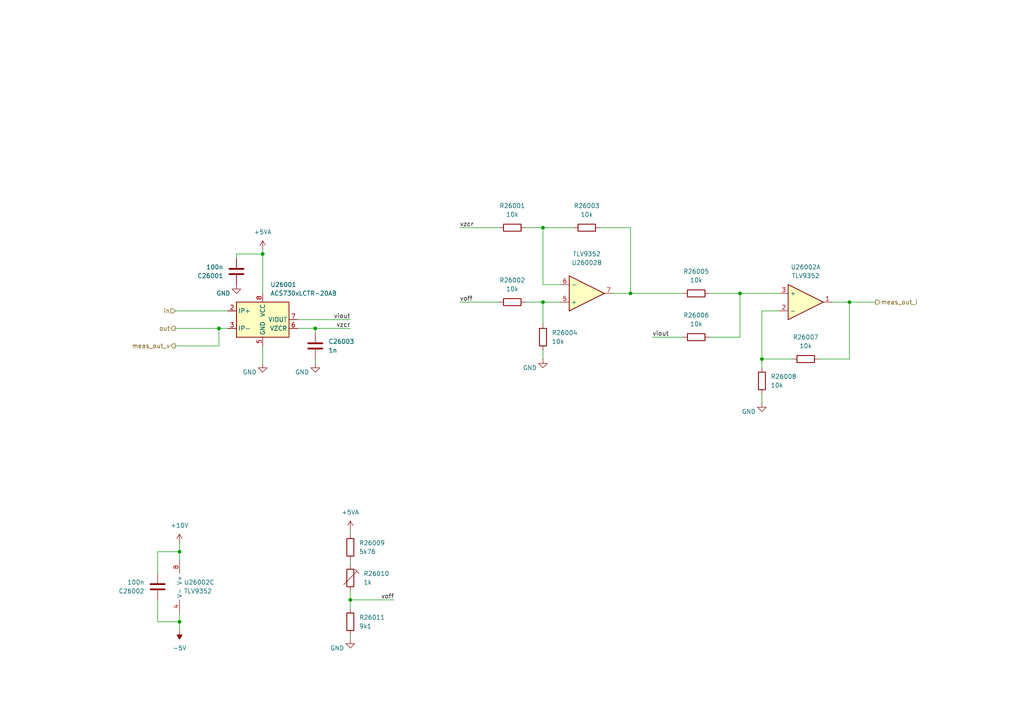
<source format=kicad_sch>
(kicad_sch
	(version 20231120)
	(generator "eeschema")
	(generator_version "8.0")
	(uuid "c0f4152e-aa69-4137-b2b2-cd7bc3ececbf")
	(paper "A4")
	(title_block
		(title "Power Supply Sink")
		(date "2024-11-14")
		(rev "0.6.3")
		(company "Open Battery Tester")
		(comment 1 "Measurement")
	)
	(lib_symbols
		(symbol "Sensor_Current:ACS730xLCTR-20AB"
			(exclude_from_sim no)
			(in_bom yes)
			(on_board yes)
			(property "Reference" "U"
				(at -7.62 6.35 0)
				(effects
					(font
						(size 1.27 1.27)
					)
					(justify left)
				)
			)
			(property "Value" "ACS730xLCTR-20AB"
				(at 1.27 6.35 0)
				(effects
					(font
						(size 1.27 1.27)
					)
					(justify left)
				)
			)
			(property "Footprint" "Package_SO:SOIC-8_3.9x4.9mm_P1.27mm"
				(at 8.89 -2.54 0)
				(effects
					(font
						(size 1.27 1.27)
						(italic yes)
					)
					(justify left)
					(hide yes)
				)
			)
			(property "Datasheet" "http://www.allegromicro.com/~/media/Files/Datasheets/ACS730-Datasheet.ashx?la=en"
				(at 0 0 0)
				(effects
					(font
						(size 1.27 1.27)
					)
					(hide yes)
				)
			)
			(property "Description" "±20A Bidirectional Hall-Effect Current Sensor, +5.0V supply, 100mV/A, SOIC-8"
				(at 0 0 0)
				(effects
					(font
						(size 1.27 1.27)
					)
					(hide yes)
				)
			)
			(property "ki_keywords" "hall effect current monitor sensor isolated"
				(at 0 0 0)
				(effects
					(font
						(size 1.27 1.27)
					)
					(hide yes)
				)
			)
			(property "ki_fp_filters" "SOIC*3.9x4.9mm*P1.27mm*"
				(at 0 0 0)
				(effects
					(font
						(size 1.27 1.27)
					)
					(hide yes)
				)
			)
			(symbol "ACS730xLCTR-20AB_0_1"
				(rectangle
					(start -7.62 5.08)
					(end 7.62 -5.08)
					(stroke
						(width 0.254)
						(type default)
					)
					(fill
						(type background)
					)
				)
			)
			(symbol "ACS730xLCTR-20AB_1_1"
				(pin passive line
					(at -10.16 2.54 0)
					(length 2.54) hide
					(name "IP+"
						(effects
							(font
								(size 1.27 1.27)
							)
						)
					)
					(number "1"
						(effects
							(font
								(size 1.27 1.27)
							)
						)
					)
				)
				(pin passive line
					(at -10.16 2.54 0)
					(length 2.54)
					(name "IP+"
						(effects
							(font
								(size 1.27 1.27)
							)
						)
					)
					(number "2"
						(effects
							(font
								(size 1.27 1.27)
							)
						)
					)
				)
				(pin passive line
					(at -10.16 -2.54 0)
					(length 2.54)
					(name "IP-"
						(effects
							(font
								(size 1.27 1.27)
							)
						)
					)
					(number "3"
						(effects
							(font
								(size 1.27 1.27)
							)
						)
					)
				)
				(pin passive line
					(at -10.16 -2.54 0)
					(length 2.54) hide
					(name "IP-"
						(effects
							(font
								(size 1.27 1.27)
							)
						)
					)
					(number "4"
						(effects
							(font
								(size 1.27 1.27)
							)
						)
					)
				)
				(pin power_in line
					(at 0 -7.62 90)
					(length 2.54)
					(name "GND"
						(effects
							(font
								(size 1.27 1.27)
							)
						)
					)
					(number "5"
						(effects
							(font
								(size 1.27 1.27)
							)
						)
					)
				)
				(pin passive line
					(at 10.16 -2.54 180)
					(length 2.54)
					(name "VZCR"
						(effects
							(font
								(size 1.27 1.27)
							)
						)
					)
					(number "6"
						(effects
							(font
								(size 1.27 1.27)
							)
						)
					)
				)
				(pin output line
					(at 10.16 0 180)
					(length 2.54)
					(name "VIOUT"
						(effects
							(font
								(size 1.27 1.27)
							)
						)
					)
					(number "7"
						(effects
							(font
								(size 1.27 1.27)
							)
						)
					)
				)
				(pin power_in line
					(at 0 7.62 270)
					(length 2.54)
					(name "VCC"
						(effects
							(font
								(size 1.27 1.27)
							)
						)
					)
					(number "8"
						(effects
							(font
								(size 1.27 1.27)
							)
						)
					)
				)
			)
		)
		(symbol "power:+5VA"
			(power)
			(pin_numbers hide)
			(pin_names
				(offset 0) hide)
			(exclude_from_sim no)
			(in_bom yes)
			(on_board yes)
			(property "Reference" "#PWR"
				(at 0 -3.81 0)
				(effects
					(font
						(size 1.27 1.27)
					)
					(hide yes)
				)
			)
			(property "Value" "+5VA"
				(at 0 3.556 0)
				(effects
					(font
						(size 1.27 1.27)
					)
				)
			)
			(property "Footprint" ""
				(at 0 0 0)
				(effects
					(font
						(size 1.27 1.27)
					)
					(hide yes)
				)
			)
			(property "Datasheet" ""
				(at 0 0 0)
				(effects
					(font
						(size 1.27 1.27)
					)
					(hide yes)
				)
			)
			(property "Description" "Power symbol creates a global label with name \"+5VA\""
				(at 0 0 0)
				(effects
					(font
						(size 1.27 1.27)
					)
					(hide yes)
				)
			)
			(property "ki_keywords" "global power"
				(at 0 0 0)
				(effects
					(font
						(size 1.27 1.27)
					)
					(hide yes)
				)
			)
			(symbol "+5VA_0_1"
				(polyline
					(pts
						(xy -0.762 1.27) (xy 0 2.54)
					)
					(stroke
						(width 0)
						(type default)
					)
					(fill
						(type none)
					)
				)
				(polyline
					(pts
						(xy 0 0) (xy 0 2.54)
					)
					(stroke
						(width 0)
						(type default)
					)
					(fill
						(type none)
					)
				)
				(polyline
					(pts
						(xy 0 2.54) (xy 0.762 1.27)
					)
					(stroke
						(width 0)
						(type default)
					)
					(fill
						(type none)
					)
				)
			)
			(symbol "+5VA_1_1"
				(pin power_in line
					(at 0 0 90)
					(length 0)
					(name "~"
						(effects
							(font
								(size 1.27 1.27)
							)
						)
					)
					(number "1"
						(effects
							(font
								(size 1.27 1.27)
							)
						)
					)
				)
			)
		)
		(symbol "pss:+10V"
			(power)
			(pin_numbers hide)
			(pin_names
				(offset 0) hide)
			(exclude_from_sim no)
			(in_bom yes)
			(on_board yes)
			(property "Reference" "#PWR"
				(at 0 -3.81 0)
				(effects
					(font
						(size 1.27 1.27)
					)
					(hide yes)
				)
			)
			(property "Value" "+10V"
				(at 0 3.556 0)
				(effects
					(font
						(size 1.27 1.27)
					)
				)
			)
			(property "Footprint" ""
				(at 0 0 0)
				(effects
					(font
						(size 1.27 1.27)
					)
					(hide yes)
				)
			)
			(property "Datasheet" ""
				(at 0 0 0)
				(effects
					(font
						(size 1.27 1.27)
					)
					(hide yes)
				)
			)
			(property "Description" "Power symbol creates a global label with name \"+10V\""
				(at 0 0 0)
				(effects
					(font
						(size 1.27 1.27)
					)
					(hide yes)
				)
			)
			(property "ki_keywords" "global power"
				(at 0 0 0)
				(effects
					(font
						(size 1.27 1.27)
					)
					(hide yes)
				)
			)
			(symbol "+10V_0_1"
				(polyline
					(pts
						(xy -0.762 1.27) (xy 0 2.54)
					)
					(stroke
						(width 0)
						(type default)
					)
					(fill
						(type none)
					)
				)
				(polyline
					(pts
						(xy 0 0) (xy 0 2.54)
					)
					(stroke
						(width 0)
						(type default)
					)
					(fill
						(type none)
					)
				)
				(polyline
					(pts
						(xy 0 2.54) (xy 0.762 1.27)
					)
					(stroke
						(width 0)
						(type default)
					)
					(fill
						(type none)
					)
				)
			)
			(symbol "+10V_1_1"
				(pin power_in line
					(at 0 0 90)
					(length 0)
					(name "~"
						(effects
							(font
								(size 1.27 1.27)
							)
						)
					)
					(number "1"
						(effects
							(font
								(size 1.27 1.27)
							)
						)
					)
				)
			)
		)
		(symbol "pss:-5V"
			(power)
			(pin_numbers hide)
			(pin_names
				(offset 0) hide)
			(exclude_from_sim no)
			(in_bom yes)
			(on_board yes)
			(property "Reference" "#PWR"
				(at 0 -3.81 0)
				(effects
					(font
						(size 1.27 1.27)
					)
					(hide yes)
				)
			)
			(property "Value" "-5V"
				(at 0 3.556 0)
				(effects
					(font
						(size 1.27 1.27)
					)
				)
			)
			(property "Footprint" ""
				(at 0 0 0)
				(effects
					(font
						(size 1.27 1.27)
					)
					(hide yes)
				)
			)
			(property "Datasheet" ""
				(at 0 0 0)
				(effects
					(font
						(size 1.27 1.27)
					)
					(hide yes)
				)
			)
			(property "Description" "Power symbol creates a global label with name \"-5V\""
				(at 0 0 0)
				(effects
					(font
						(size 1.27 1.27)
					)
					(hide yes)
				)
			)
			(property "ki_keywords" "global power"
				(at 0 0 0)
				(effects
					(font
						(size 1.27 1.27)
					)
					(hide yes)
				)
			)
			(symbol "-5V_0_0"
				(pin power_in line
					(at 0 0 90)
					(length 0)
					(name "~"
						(effects
							(font
								(size 1.27 1.27)
							)
						)
					)
					(number "1"
						(effects
							(font
								(size 1.27 1.27)
							)
						)
					)
				)
			)
			(symbol "-5V_0_1"
				(polyline
					(pts
						(xy 0 0) (xy 0 1.27) (xy 0.762 1.27) (xy 0 2.54) (xy -0.762 1.27) (xy 0 1.27)
					)
					(stroke
						(width 0)
						(type default)
					)
					(fill
						(type outline)
					)
				)
			)
		)
		(symbol "pss:C"
			(pin_numbers hide)
			(pin_names
				(offset 0.254)
			)
			(exclude_from_sim no)
			(in_bom yes)
			(on_board yes)
			(property "Reference" "C"
				(at 0.635 2.54 0)
				(effects
					(font
						(size 1.27 1.27)
					)
					(justify left)
				)
			)
			(property "Value" "C"
				(at 0.635 -2.54 0)
				(effects
					(font
						(size 1.27 1.27)
					)
					(justify left)
				)
			)
			(property "Footprint" ""
				(at 0.9652 -3.81 0)
				(effects
					(font
						(size 1.27 1.27)
					)
					(hide yes)
				)
			)
			(property "Datasheet" "~"
				(at 0 0 0)
				(effects
					(font
						(size 1.27 1.27)
					)
					(hide yes)
				)
			)
			(property "Description" "Unpolarized capacitor"
				(at 0 0 0)
				(effects
					(font
						(size 1.27 1.27)
					)
					(hide yes)
				)
			)
			(property "ki_keywords" "cap capacitor"
				(at 0 0 0)
				(effects
					(font
						(size 1.27 1.27)
					)
					(hide yes)
				)
			)
			(property "ki_fp_filters" "C_*"
				(at 0 0 0)
				(effects
					(font
						(size 1.27 1.27)
					)
					(hide yes)
				)
			)
			(symbol "C_0_1"
				(polyline
					(pts
						(xy -2.032 -0.762) (xy 2.032 -0.762)
					)
					(stroke
						(width 0.508)
						(type default)
					)
					(fill
						(type none)
					)
				)
				(polyline
					(pts
						(xy -2.032 0.762) (xy 2.032 0.762)
					)
					(stroke
						(width 0.508)
						(type default)
					)
					(fill
						(type none)
					)
				)
			)
			(symbol "C_1_1"
				(pin passive line
					(at 0 3.81 270)
					(length 2.794)
					(name "~"
						(effects
							(font
								(size 1.27 1.27)
							)
						)
					)
					(number "1"
						(effects
							(font
								(size 1.27 1.27)
							)
						)
					)
				)
				(pin passive line
					(at 0 -3.81 90)
					(length 2.794)
					(name "~"
						(effects
							(font
								(size 1.27 1.27)
							)
						)
					)
					(number "2"
						(effects
							(font
								(size 1.27 1.27)
							)
						)
					)
				)
			)
		)
		(symbol "pss:GND"
			(power)
			(pin_numbers hide)
			(pin_names
				(offset 0) hide)
			(exclude_from_sim no)
			(in_bom yes)
			(on_board yes)
			(property "Reference" "#PWR"
				(at 0 -6.35 0)
				(effects
					(font
						(size 1.27 1.27)
					)
					(hide yes)
				)
			)
			(property "Value" "GND"
				(at 0 -3.81 0)
				(effects
					(font
						(size 1.27 1.27)
					)
				)
			)
			(property "Footprint" ""
				(at 0 0 0)
				(effects
					(font
						(size 1.27 1.27)
					)
					(hide yes)
				)
			)
			(property "Datasheet" ""
				(at 0 0 0)
				(effects
					(font
						(size 1.27 1.27)
					)
					(hide yes)
				)
			)
			(property "Description" "Power symbol creates a global label with name \"GND\" , ground"
				(at 0 0 0)
				(effects
					(font
						(size 1.27 1.27)
					)
					(hide yes)
				)
			)
			(property "ki_keywords" "global power"
				(at 0 0 0)
				(effects
					(font
						(size 1.27 1.27)
					)
					(hide yes)
				)
			)
			(symbol "GND_0_1"
				(polyline
					(pts
						(xy 0 0) (xy 0 -1.27) (xy 1.27 -1.27) (xy 0 -2.54) (xy -1.27 -1.27) (xy 0 -1.27)
					)
					(stroke
						(width 0)
						(type default)
					)
					(fill
						(type none)
					)
				)
			)
			(symbol "GND_1_1"
				(pin power_in line
					(at 0 0 270)
					(length 0)
					(name "~"
						(effects
							(font
								(size 1.27 1.27)
							)
						)
					)
					(number "1"
						(effects
							(font
								(size 1.27 1.27)
							)
						)
					)
				)
			)
		)
		(symbol "pss:Opamp_Dual"
			(exclude_from_sim no)
			(in_bom yes)
			(on_board yes)
			(property "Reference" "U"
				(at 0 5.08 0)
				(effects
					(font
						(size 1.27 1.27)
					)
					(justify left)
				)
			)
			(property "Value" "Opamp_Dual"
				(at 0 -5.08 0)
				(effects
					(font
						(size 1.27 1.27)
					)
					(justify left)
				)
			)
			(property "Footprint" ""
				(at 0 0 0)
				(effects
					(font
						(size 1.27 1.27)
					)
					(hide yes)
				)
			)
			(property "Datasheet" "~"
				(at 0 0 0)
				(effects
					(font
						(size 1.27 1.27)
					)
					(hide yes)
				)
			)
			(property "Description" "Dual operational amplifier"
				(at 0 0 0)
				(effects
					(font
						(size 1.27 1.27)
					)
					(hide yes)
				)
			)
			(property "Sim.Library" "${KICAD7_SYMBOL_DIR}/Simulation_SPICE.sp"
				(at 0 0 0)
				(effects
					(font
						(size 1.27 1.27)
					)
					(hide yes)
				)
			)
			(property "Sim.Name" "kicad_builtin_opamp_dual"
				(at 0 0 0)
				(effects
					(font
						(size 1.27 1.27)
					)
					(hide yes)
				)
			)
			(property "Sim.Device" "SUBCKT"
				(at 0 0 0)
				(effects
					(font
						(size 1.27 1.27)
					)
					(hide yes)
				)
			)
			(property "Sim.Pins" "1=out1 2=in1- 3=in1+ 4=vee 5=in2+ 6=in2- 7=out2 8=vcc"
				(at 0 0 0)
				(effects
					(font
						(size 1.27 1.27)
					)
					(hide yes)
				)
			)
			(property "ki_locked" ""
				(at 0 0 0)
				(effects
					(font
						(size 1.27 1.27)
					)
				)
			)
			(property "ki_keywords" "dual opamp"
				(at 0 0 0)
				(effects
					(font
						(size 1.27 1.27)
					)
					(hide yes)
				)
			)
			(property "ki_fp_filters" "SOIC*3.9x4.9mm*P1.27mm* DIP*W7.62mm* MSOP*3x3mm*P0.65mm* SSOP*2.95x2.8mm*P0.65mm* TSSOP*3x3mm*P0.65mm* VSSOP*P0.5mm* TO?99*"
				(at 0 0 0)
				(effects
					(font
						(size 1.27 1.27)
					)
					(hide yes)
				)
			)
			(symbol "Opamp_Dual_1_1"
				(polyline
					(pts
						(xy -5.08 5.08) (xy 5.08 0) (xy -5.08 -5.08) (xy -5.08 5.08)
					)
					(stroke
						(width 0.254)
						(type default)
					)
					(fill
						(type background)
					)
				)
				(pin output line
					(at 7.62 0 180)
					(length 2.54)
					(name "~"
						(effects
							(font
								(size 1.27 1.27)
							)
						)
					)
					(number "1"
						(effects
							(font
								(size 1.27 1.27)
							)
						)
					)
				)
				(pin input line
					(at -7.62 -2.54 0)
					(length 2.54)
					(name "-"
						(effects
							(font
								(size 1.27 1.27)
							)
						)
					)
					(number "2"
						(effects
							(font
								(size 1.27 1.27)
							)
						)
					)
				)
				(pin input line
					(at -7.62 2.54 0)
					(length 2.54)
					(name "+"
						(effects
							(font
								(size 1.27 1.27)
							)
						)
					)
					(number "3"
						(effects
							(font
								(size 1.27 1.27)
							)
						)
					)
				)
			)
			(symbol "Opamp_Dual_2_1"
				(polyline
					(pts
						(xy -5.08 5.08) (xy 5.08 0) (xy -5.08 -5.08) (xy -5.08 5.08)
					)
					(stroke
						(width 0.254)
						(type default)
					)
					(fill
						(type background)
					)
				)
				(pin input line
					(at -7.62 2.54 0)
					(length 2.54)
					(name "+"
						(effects
							(font
								(size 1.27 1.27)
							)
						)
					)
					(number "5"
						(effects
							(font
								(size 1.27 1.27)
							)
						)
					)
				)
				(pin input line
					(at -7.62 -2.54 0)
					(length 2.54)
					(name "-"
						(effects
							(font
								(size 1.27 1.27)
							)
						)
					)
					(number "6"
						(effects
							(font
								(size 1.27 1.27)
							)
						)
					)
				)
				(pin output line
					(at 7.62 0 180)
					(length 2.54)
					(name "~"
						(effects
							(font
								(size 1.27 1.27)
							)
						)
					)
					(number "7"
						(effects
							(font
								(size 1.27 1.27)
							)
						)
					)
				)
			)
			(symbol "Opamp_Dual_3_1"
				(pin power_in line
					(at -2.54 -7.62 90)
					(length 3.81)
					(name "V-"
						(effects
							(font
								(size 1.27 1.27)
							)
						)
					)
					(number "4"
						(effects
							(font
								(size 1.27 1.27)
							)
						)
					)
				)
				(pin power_in line
					(at -2.54 7.62 270)
					(length 3.81)
					(name "V+"
						(effects
							(font
								(size 1.27 1.27)
							)
						)
					)
					(number "8"
						(effects
							(font
								(size 1.27 1.27)
							)
						)
					)
				)
			)
		)
		(symbol "pss:R"
			(pin_numbers hide)
			(pin_names
				(offset 0)
			)
			(exclude_from_sim no)
			(in_bom yes)
			(on_board yes)
			(property "Reference" "R"
				(at 2.032 0 90)
				(effects
					(font
						(size 1.27 1.27)
					)
				)
			)
			(property "Value" "R"
				(at 0 0 90)
				(effects
					(font
						(size 1.27 1.27)
					)
				)
			)
			(property "Footprint" ""
				(at -1.778 0 90)
				(effects
					(font
						(size 1.27 1.27)
					)
					(hide yes)
				)
			)
			(property "Datasheet" "~"
				(at 0 0 0)
				(effects
					(font
						(size 1.27 1.27)
					)
					(hide yes)
				)
			)
			(property "Description" "Resistor"
				(at 0 0 0)
				(effects
					(font
						(size 1.27 1.27)
					)
					(hide yes)
				)
			)
			(property "ki_keywords" "R res resistor"
				(at 0 0 0)
				(effects
					(font
						(size 1.27 1.27)
					)
					(hide yes)
				)
			)
			(property "ki_fp_filters" "R_*"
				(at 0 0 0)
				(effects
					(font
						(size 1.27 1.27)
					)
					(hide yes)
				)
			)
			(symbol "R_0_1"
				(rectangle
					(start -1.016 -2.54)
					(end 1.016 2.54)
					(stroke
						(width 0.254)
						(type default)
					)
					(fill
						(type none)
					)
				)
			)
			(symbol "R_1_1"
				(pin passive line
					(at 0 3.81 270)
					(length 1.27)
					(name "~"
						(effects
							(font
								(size 1.27 1.27)
							)
						)
					)
					(number "1"
						(effects
							(font
								(size 1.27 1.27)
							)
						)
					)
				)
				(pin passive line
					(at 0 -3.81 90)
					(length 1.27)
					(name "~"
						(effects
							(font
								(size 1.27 1.27)
							)
						)
					)
					(number "2"
						(effects
							(font
								(size 1.27 1.27)
							)
						)
					)
				)
			)
		)
		(symbol "pss:R_Trim"
			(pin_numbers hide)
			(pin_names
				(offset 0)
			)
			(exclude_from_sim no)
			(in_bom yes)
			(on_board yes)
			(property "Reference" "R"
				(at 2.54 -2.54 90)
				(effects
					(font
						(size 1.27 1.27)
					)
					(justify left)
				)
			)
			(property "Value" "R_Trim"
				(at -2.54 -0.635 90)
				(effects
					(font
						(size 1.27 1.27)
					)
					(justify left)
				)
			)
			(property "Footprint" ""
				(at -1.778 0 90)
				(effects
					(font
						(size 1.27 1.27)
					)
					(hide yes)
				)
			)
			(property "Datasheet" "~"
				(at 0 0 0)
				(effects
					(font
						(size 1.27 1.27)
					)
					(hide yes)
				)
			)
			(property "Description" "Trimmable resistor (preset resistor)"
				(at 0 0 0)
				(effects
					(font
						(size 1.27 1.27)
					)
					(hide yes)
				)
			)
			(property "ki_keywords" "R res resistor variable potentiometer trimmer"
				(at 0 0 0)
				(effects
					(font
						(size 1.27 1.27)
					)
					(hide yes)
				)
			)
			(property "ki_fp_filters" "R_*"
				(at 0 0 0)
				(effects
					(font
						(size 1.27 1.27)
					)
					(hide yes)
				)
			)
			(symbol "R_Trim_0_1"
				(rectangle
					(start -1.016 -2.54)
					(end 1.016 2.54)
					(stroke
						(width 0.254)
						(type default)
					)
					(fill
						(type none)
					)
				)
				(polyline
					(pts
						(xy -1.905 -1.905) (xy 1.905 1.905) (xy 2.54 1.27) (xy 1.27 2.54)
					)
					(stroke
						(width 0)
						(type default)
					)
					(fill
						(type none)
					)
				)
			)
			(symbol "R_Trim_1_1"
				(pin passive line
					(at 0 3.81 270)
					(length 1.27)
					(name "~"
						(effects
							(font
								(size 1.27 1.27)
							)
						)
					)
					(number "1"
						(effects
							(font
								(size 1.27 1.27)
							)
						)
					)
				)
				(pin passive line
					(at 0 -3.81 90)
					(length 1.27)
					(name "~"
						(effects
							(font
								(size 1.27 1.27)
							)
						)
					)
					(number "2"
						(effects
							(font
								(size 1.27 1.27)
							)
						)
					)
				)
			)
		)
	)
	(junction
		(at 182.88 85.09)
		(diameter 0)
		(color 0 0 0 0)
		(uuid "1074c10b-c514-437b-821a-8aba48566d56")
	)
	(junction
		(at 157.48 87.63)
		(diameter 0)
		(color 0 0 0 0)
		(uuid "209649c3-7548-42df-aada-921d5aa0fec7")
	)
	(junction
		(at 246.38 87.63)
		(diameter 0)
		(color 0 0 0 0)
		(uuid "21d84bce-fc1e-4e3f-8832-5939fc7c38cb")
	)
	(junction
		(at 63.5 95.25)
		(diameter 0)
		(color 0 0 0 0)
		(uuid "2ee9bafa-109f-47e7-9365-40011b1da625")
	)
	(junction
		(at 76.2 73.66)
		(diameter 0)
		(color 0 0 0 0)
		(uuid "378fe545-4f85-4828-b877-abdb145a15ec")
	)
	(junction
		(at 91.44 95.25)
		(diameter 0)
		(color 0 0 0 0)
		(uuid "47e0da34-ec4b-4c33-be9a-6debf0e63c5f")
	)
	(junction
		(at 101.6 173.99)
		(diameter 0)
		(color 0 0 0 0)
		(uuid "7490dfe4-e591-466e-8e0d-450d2ce4b919")
	)
	(junction
		(at 52.07 160.02)
		(diameter 0)
		(color 0 0 0 0)
		(uuid "997abc12-fd08-481b-aaed-03fdb1b4e6e6")
	)
	(junction
		(at 157.48 66.04)
		(diameter 0)
		(color 0 0 0 0)
		(uuid "9b12c658-b395-4734-b894-b5452fd77b0c")
	)
	(junction
		(at 52.07 180.34)
		(diameter 0)
		(color 0 0 0 0)
		(uuid "bd9cbc31-26db-4f8b-a74b-ccf0914a9828")
	)
	(junction
		(at 220.98 104.14)
		(diameter 0)
		(color 0 0 0 0)
		(uuid "d8833b0c-09d2-4635-bc7a-2dd05fa1959f")
	)
	(junction
		(at 214.63 85.09)
		(diameter 0)
		(color 0 0 0 0)
		(uuid "e17e7ff7-f59c-4195-be31-17b2f5508da2")
	)
	(wire
		(pts
			(xy 76.2 73.66) (xy 76.2 85.09)
		)
		(stroke
			(width 0)
			(type default)
		)
		(uuid "044d301f-3995-4bde-8b11-247b07feb53e")
	)
	(wire
		(pts
			(xy 157.48 66.04) (xy 157.48 82.55)
		)
		(stroke
			(width 0)
			(type default)
		)
		(uuid "04c66b9a-259b-4ed9-87e1-dab35ab64a0d")
	)
	(wire
		(pts
			(xy 52.07 180.34) (xy 52.07 182.88)
		)
		(stroke
			(width 0)
			(type default)
		)
		(uuid "07cf48fa-3723-42bd-be97-1f80f4330b90")
	)
	(wire
		(pts
			(xy 91.44 105.41) (xy 91.44 104.14)
		)
		(stroke
			(width 0)
			(type default)
		)
		(uuid "0d22f7a8-0c5e-4549-b41e-50bee6913001")
	)
	(wire
		(pts
			(xy 91.44 95.25) (xy 101.6 95.25)
		)
		(stroke
			(width 0)
			(type default)
		)
		(uuid "0d5ca0f7-8205-4b8f-b35a-adf594ddbb2f")
	)
	(wire
		(pts
			(xy 157.48 82.55) (xy 162.56 82.55)
		)
		(stroke
			(width 0)
			(type default)
		)
		(uuid "187624de-0a96-447c-a621-3e470a81f4f2")
	)
	(wire
		(pts
			(xy 76.2 105.41) (xy 76.2 100.33)
		)
		(stroke
			(width 0)
			(type default)
		)
		(uuid "1c399111-85d4-465b-971d-96ed048f21b1")
	)
	(wire
		(pts
			(xy 182.88 85.09) (xy 198.12 85.09)
		)
		(stroke
			(width 0)
			(type default)
		)
		(uuid "2058be72-7215-4579-9adc-4802537b6e91")
	)
	(wire
		(pts
			(xy 50.8 90.17) (xy 66.04 90.17)
		)
		(stroke
			(width 0)
			(type default)
		)
		(uuid "20adbd14-7338-42df-8a2f-e2dd0a767dd0")
	)
	(wire
		(pts
			(xy 45.72 180.34) (xy 52.07 180.34)
		)
		(stroke
			(width 0)
			(type default)
		)
		(uuid "21281869-460e-4da3-be4f-6d76d9b2dc1b")
	)
	(wire
		(pts
			(xy 50.8 100.33) (xy 63.5 100.33)
		)
		(stroke
			(width 0)
			(type default)
		)
		(uuid "2354e9ce-b1d6-4663-bf1f-5406e294e863")
	)
	(wire
		(pts
			(xy 52.07 157.48) (xy 52.07 160.02)
		)
		(stroke
			(width 0)
			(type default)
		)
		(uuid "24d83b2c-aca7-44cd-ac44-ae8377fcca00")
	)
	(wire
		(pts
			(xy 76.2 72.39) (xy 76.2 73.66)
		)
		(stroke
			(width 0)
			(type default)
		)
		(uuid "2c3c1bff-dbd9-47eb-935e-12e4a8b6f813")
	)
	(wire
		(pts
			(xy 133.35 87.63) (xy 144.78 87.63)
		)
		(stroke
			(width 0)
			(type default)
		)
		(uuid "30d01b9e-b427-4d69-a089-15bfb07cf718")
	)
	(wire
		(pts
			(xy 68.58 73.66) (xy 76.2 73.66)
		)
		(stroke
			(width 0)
			(type default)
		)
		(uuid "325ed3bd-6f40-4f9a-b9bf-7c138583982b")
	)
	(wire
		(pts
			(xy 86.36 95.25) (xy 91.44 95.25)
		)
		(stroke
			(width 0)
			(type default)
		)
		(uuid "34efbb5c-7414-4e93-8a5c-a0e49ac1490d")
	)
	(wire
		(pts
			(xy 45.72 173.99) (xy 45.72 180.34)
		)
		(stroke
			(width 0)
			(type default)
		)
		(uuid "365f35b9-2834-4e89-a4ae-4dbacd913c3d")
	)
	(wire
		(pts
			(xy 157.48 87.63) (xy 157.48 93.98)
		)
		(stroke
			(width 0)
			(type default)
		)
		(uuid "396711f5-87d9-4c63-a6b5-00e41079f0c3")
	)
	(wire
		(pts
			(xy 220.98 90.17) (xy 226.06 90.17)
		)
		(stroke
			(width 0)
			(type default)
		)
		(uuid "3ecd0e59-0bf9-449a-9030-5ddb3e518f83")
	)
	(wire
		(pts
			(xy 182.88 66.04) (xy 182.88 85.09)
		)
		(stroke
			(width 0)
			(type default)
		)
		(uuid "538c6ddb-d8fe-4fff-87b6-a368900d277b")
	)
	(wire
		(pts
			(xy 101.6 171.45) (xy 101.6 173.99)
		)
		(stroke
			(width 0)
			(type default)
		)
		(uuid "5810e1f4-2510-408d-8dff-a7c917b2eb75")
	)
	(wire
		(pts
			(xy 246.38 87.63) (xy 241.3 87.63)
		)
		(stroke
			(width 0)
			(type default)
		)
		(uuid "61324da9-7849-40f1-b4d1-bd3630980522")
	)
	(wire
		(pts
			(xy 237.49 104.14) (xy 246.38 104.14)
		)
		(stroke
			(width 0)
			(type default)
		)
		(uuid "61e9ee10-1ae6-454d-9f08-a7f411880cbc")
	)
	(wire
		(pts
			(xy 63.5 95.25) (xy 66.04 95.25)
		)
		(stroke
			(width 0)
			(type default)
		)
		(uuid "61f8bd87-5b2c-4952-85da-c3bef897a5f6")
	)
	(wire
		(pts
			(xy 220.98 104.14) (xy 220.98 90.17)
		)
		(stroke
			(width 0)
			(type default)
		)
		(uuid "66e7546b-3280-490f-8ba2-807767fb7474")
	)
	(wire
		(pts
			(xy 101.6 173.99) (xy 101.6 176.53)
		)
		(stroke
			(width 0)
			(type default)
		)
		(uuid "7034b02e-5a0e-4b9d-b0e1-7789ffc983c2")
	)
	(wire
		(pts
			(xy 45.72 166.37) (xy 45.72 160.02)
		)
		(stroke
			(width 0)
			(type default)
		)
		(uuid "71311ce0-a13d-49d3-a879-c9eb212bd6d6")
	)
	(wire
		(pts
			(xy 91.44 96.52) (xy 91.44 95.25)
		)
		(stroke
			(width 0)
			(type default)
		)
		(uuid "7376d023-31ad-4ed4-9bcd-936f645d9db7")
	)
	(wire
		(pts
			(xy 101.6 173.99) (xy 114.3 173.99)
		)
		(stroke
			(width 0)
			(type default)
		)
		(uuid "76574fee-b36e-4272-8ded-0601183828f3")
	)
	(wire
		(pts
			(xy 101.6 162.56) (xy 101.6 163.83)
		)
		(stroke
			(width 0)
			(type default)
		)
		(uuid "7f19830f-8e20-4dca-8f36-b09146e431c5")
	)
	(wire
		(pts
			(xy 246.38 87.63) (xy 254 87.63)
		)
		(stroke
			(width 0)
			(type default)
		)
		(uuid "833a0a4e-9062-47b4-9752-9e8526c18e5b")
	)
	(wire
		(pts
			(xy 50.8 95.25) (xy 63.5 95.25)
		)
		(stroke
			(width 0)
			(type default)
		)
		(uuid "89f546ca-86f9-451b-9dfd-94770cfda0c9")
	)
	(wire
		(pts
			(xy 189.23 97.79) (xy 198.12 97.79)
		)
		(stroke
			(width 0)
			(type default)
		)
		(uuid "8c850a07-3418-4d97-9fa4-9ba3252ad493")
	)
	(wire
		(pts
			(xy 152.4 66.04) (xy 157.48 66.04)
		)
		(stroke
			(width 0)
			(type default)
		)
		(uuid "8dd45ab9-aa32-48b9-86fa-2f63b5086c1f")
	)
	(wire
		(pts
			(xy 152.4 87.63) (xy 157.48 87.63)
		)
		(stroke
			(width 0)
			(type default)
		)
		(uuid "908fe71f-bc10-4812-bafd-9831bcea6944")
	)
	(wire
		(pts
			(xy 101.6 153.67) (xy 101.6 154.94)
		)
		(stroke
			(width 0)
			(type default)
		)
		(uuid "926845e4-f4f9-45b2-abe9-5e6bf2d883da")
	)
	(wire
		(pts
			(xy 205.74 97.79) (xy 214.63 97.79)
		)
		(stroke
			(width 0)
			(type default)
		)
		(uuid "a46ee476-9056-48f1-a8f4-299b842101fa")
	)
	(wire
		(pts
			(xy 52.07 160.02) (xy 52.07 162.56)
		)
		(stroke
			(width 0)
			(type default)
		)
		(uuid "acc27493-90c1-4ad0-b3e4-d88239a511bf")
	)
	(wire
		(pts
			(xy 214.63 85.09) (xy 214.63 97.79)
		)
		(stroke
			(width 0)
			(type default)
		)
		(uuid "ad320b83-7986-4158-82f3-080fc2e6f390")
	)
	(wire
		(pts
			(xy 68.58 74.93) (xy 68.58 73.66)
		)
		(stroke
			(width 0)
			(type default)
		)
		(uuid "ae45a313-ed52-4857-b30c-7281e2699c76")
	)
	(wire
		(pts
			(xy 205.74 85.09) (xy 214.63 85.09)
		)
		(stroke
			(width 0)
			(type default)
		)
		(uuid "afcf5240-80a4-48e1-ac74-fa421d84901e")
	)
	(wire
		(pts
			(xy 157.48 104.14) (xy 157.48 101.6)
		)
		(stroke
			(width 0)
			(type default)
		)
		(uuid "bb21fcae-879c-4edf-a6a3-bb2b00788230")
	)
	(wire
		(pts
			(xy 166.37 66.04) (xy 157.48 66.04)
		)
		(stroke
			(width 0)
			(type default)
		)
		(uuid "c2e6627e-d100-4dc6-a23b-e08cdbb6c680")
	)
	(wire
		(pts
			(xy 214.63 85.09) (xy 226.06 85.09)
		)
		(stroke
			(width 0)
			(type default)
		)
		(uuid "c59673dc-3acb-4fc6-9793-38582e34d719")
	)
	(wire
		(pts
			(xy 177.8 85.09) (xy 182.88 85.09)
		)
		(stroke
			(width 0)
			(type default)
		)
		(uuid "c5a3b558-603b-4707-a439-00a36d9958b2")
	)
	(wire
		(pts
			(xy 157.48 87.63) (xy 162.56 87.63)
		)
		(stroke
			(width 0)
			(type default)
		)
		(uuid "c5dca227-c035-48a3-8d7a-4b8b56845103")
	)
	(wire
		(pts
			(xy 220.98 106.68) (xy 220.98 104.14)
		)
		(stroke
			(width 0)
			(type default)
		)
		(uuid "c65b56fa-2f00-4298-a99b-d4945b9c55f2")
	)
	(wire
		(pts
			(xy 63.5 100.33) (xy 63.5 95.25)
		)
		(stroke
			(width 0)
			(type default)
		)
		(uuid "c81268c0-61ea-4f03-8148-e374ab248211")
	)
	(wire
		(pts
			(xy 173.99 66.04) (xy 182.88 66.04)
		)
		(stroke
			(width 0)
			(type default)
		)
		(uuid "d1d6e64b-0dc0-4507-bf53-924e29c3fc32")
	)
	(wire
		(pts
			(xy 133.35 66.04) (xy 144.78 66.04)
		)
		(stroke
			(width 0)
			(type default)
		)
		(uuid "d68832e1-f0c2-463d-ac8c-4a0dc93616ba")
	)
	(wire
		(pts
			(xy 220.98 116.84) (xy 220.98 114.3)
		)
		(stroke
			(width 0)
			(type default)
		)
		(uuid "e3aa0d31-6a7e-4550-8422-0fd4cde34904")
	)
	(wire
		(pts
			(xy 101.6 184.15) (xy 101.6 185.42)
		)
		(stroke
			(width 0)
			(type default)
		)
		(uuid "eab486c1-3f8b-4bfb-91f9-d2a24734c57e")
	)
	(wire
		(pts
			(xy 220.98 104.14) (xy 229.87 104.14)
		)
		(stroke
			(width 0)
			(type default)
		)
		(uuid "eadbd5ba-ee3d-4a45-b4eb-81886aa7891b")
	)
	(wire
		(pts
			(xy 246.38 104.14) (xy 246.38 87.63)
		)
		(stroke
			(width 0)
			(type default)
		)
		(uuid "ebc1448e-9ff8-4b3f-9b28-0a3830791975")
	)
	(wire
		(pts
			(xy 45.72 160.02) (xy 52.07 160.02)
		)
		(stroke
			(width 0)
			(type default)
		)
		(uuid "f52875a1-1e69-457b-9999-0da03cdd640b")
	)
	(wire
		(pts
			(xy 52.07 177.8) (xy 52.07 180.34)
		)
		(stroke
			(width 0)
			(type default)
		)
		(uuid "f71be4a4-c8fe-4371-97d3-3e0b859a52ab")
	)
	(wire
		(pts
			(xy 86.36 92.71) (xy 101.6 92.71)
		)
		(stroke
			(width 0)
			(type default)
		)
		(uuid "fc7f124d-c3f4-4c76-9f5b-fb5fc57553ed")
	)
	(label "voff"
		(at 133.35 87.63 0)
		(fields_autoplaced yes)
		(effects
			(font
				(size 1.27 1.27)
			)
			(justify left bottom)
		)
		(uuid "1cf7765e-2831-4ec2-8cf7-71f453b0802b")
	)
	(label "vzcr"
		(at 101.6 95.25 180)
		(fields_autoplaced yes)
		(effects
			(font
				(size 1.27 1.27)
			)
			(justify right bottom)
		)
		(uuid "1e1e7157-5d52-4698-85bc-dd0d44199206")
	)
	(label "viout"
		(at 189.23 97.79 0)
		(fields_autoplaced yes)
		(effects
			(font
				(size 1.27 1.27)
			)
			(justify left bottom)
		)
		(uuid "6b2904ea-70d5-4298-9200-550b4b521bf4")
	)
	(label "vzcr"
		(at 133.35 66.04 0)
		(fields_autoplaced yes)
		(effects
			(font
				(size 1.27 1.27)
			)
			(justify left bottom)
		)
		(uuid "9ef182fb-9c10-43ad-a242-46f4094a6b09")
	)
	(label "viout"
		(at 101.6 92.71 180)
		(fields_autoplaced yes)
		(effects
			(font
				(size 1.27 1.27)
			)
			(justify right bottom)
		)
		(uuid "b8c638da-8381-4a28-80f2-f1d5f0cdebff")
	)
	(label "voff"
		(at 114.3 173.99 180)
		(fields_autoplaced yes)
		(effects
			(font
				(size 1.27 1.27)
			)
			(justify right bottom)
		)
		(uuid "d5936adf-fde5-40b7-a1d3-72ffaa934f2f")
	)
	(hierarchical_label "meas_out_v"
		(shape output)
		(at 50.8 100.33 180)
		(fields_autoplaced yes)
		(effects
			(font
				(size 1.27 1.27)
			)
			(justify right)
		)
		(uuid "2513d1aa-a5ad-42a2-89af-14d05003c0b4")
	)
	(hierarchical_label "meas_out_i"
		(shape output)
		(at 254 87.63 0)
		(fields_autoplaced yes)
		(effects
			(font
				(size 1.27 1.27)
			)
			(justify left)
		)
		(uuid "7bb242e0-acd5-4e4b-947f-6d89cebdb6f4")
	)
	(hierarchical_label "in"
		(shape input)
		(at 50.8 90.17 180)
		(fields_autoplaced yes)
		(effects
			(font
				(size 1.27 1.27)
			)
			(justify right)
		)
		(uuid "929b8fd3-22a3-4e3a-8b0c-c3dac8c93ac2")
	)
	(hierarchical_label "out"
		(shape output)
		(at 50.8 95.25 180)
		(fields_autoplaced yes)
		(effects
			(font
				(size 1.27 1.27)
			)
			(justify right)
		)
		(uuid "a9812660-b426-4984-9130-7066a4102ed9")
	)
	(symbol
		(lib_id "pss:GND")
		(at 220.98 116.84 0)
		(unit 1)
		(exclude_from_sim no)
		(in_bom yes)
		(on_board yes)
		(dnp no)
		(uuid "010968e6-9607-4bc8-9759-a5ce8237c6b7")
		(property "Reference" "#PWR026008"
			(at 220.98 123.19 0)
			(effects
				(font
					(size 1.27 1.27)
				)
				(hide yes)
			)
		)
		(property "Value" "GND"
			(at 217.17 119.38 0)
			(effects
				(font
					(size 1.27 1.27)
				)
			)
		)
		(property "Footprint" ""
			(at 220.98 116.84 0)
			(effects
				(font
					(size 1.27 1.27)
				)
				(hide yes)
			)
		)
		(property "Datasheet" ""
			(at 220.98 116.84 0)
			(effects
				(font
					(size 1.27 1.27)
				)
				(hide yes)
			)
		)
		(property "Description" "Power symbol creates a global label with name \"GND\" , ground"
			(at 220.98 116.84 0)
			(effects
				(font
					(size 1.27 1.27)
				)
				(hide yes)
			)
		)
		(pin "1"
			(uuid "2860d6d2-6763-48fa-9fd0-586118b189be")
		)
		(instances
			(project "pss"
				(path "/3c438cf7-9350-4e9f-8115-1deba8984176/d3bf8153-c190-4dc7-8124-72a5a17990b7"
					(reference "#PWR026008")
					(unit 1)
				)
			)
		)
	)
	(symbol
		(lib_id "pss:R")
		(at 101.6 158.75 0)
		(unit 1)
		(exclude_from_sim no)
		(in_bom yes)
		(on_board yes)
		(dnp no)
		(fields_autoplaced yes)
		(uuid "11af9700-6d81-46e8-a0d9-c27e5a84a1ed")
		(property "Reference" "R26009"
			(at 104.14 157.4799 0)
			(effects
				(font
					(size 1.27 1.27)
				)
				(justify left)
			)
		)
		(property "Value" "5k76"
			(at 104.14 160.0199 0)
			(effects
				(font
					(size 1.27 1.27)
				)
				(justify left)
			)
		)
		(property "Footprint" "Resistor_SMD:R_1210_3225Metric_Pad1.30x2.65mm_HandSolder"
			(at 99.822 158.75 90)
			(effects
				(font
					(size 1.27 1.27)
				)
				(hide yes)
			)
		)
		(property "Datasheet" "https://www.mouser.de/datasheet/2/447/YAGEO_PYu_RC_Group_51_RoHS_L_12-3313492.pdf"
			(at 101.6 158.75 0)
			(effects
				(font
					(size 1.27 1.27)
				)
				(hide yes)
			)
		)
		(property "Description" "Resistor"
			(at 101.6 158.75 0)
			(effects
				(font
					(size 1.27 1.27)
				)
				(hide yes)
			)
		)
		(property "MPN" "RC1210FR-075K76L"
			(at 101.6 158.75 0)
			(effects
				(font
					(size 1.27 1.27)
				)
				(hide yes)
			)
		)
		(property "VPN" "603-RC1210FR-075k76L"
			(at 101.6 158.75 0)
			(effects
				(font
					(size 1.27 1.27)
				)
				(hide yes)
			)
		)
		(pin "1"
			(uuid "d0f592a6-8e6e-47e5-88a7-179e03ec6fe0")
		)
		(pin "2"
			(uuid "ea01ea70-349e-4a6b-9be0-f570712b7d25")
		)
		(instances
			(project "pss"
				(path "/3c438cf7-9350-4e9f-8115-1deba8984176/d3bf8153-c190-4dc7-8124-72a5a17990b7"
					(reference "R26009")
					(unit 1)
				)
			)
		)
	)
	(symbol
		(lib_id "pss:GND")
		(at 68.58 82.55 0)
		(unit 1)
		(exclude_from_sim no)
		(in_bom yes)
		(on_board yes)
		(dnp no)
		(uuid "1504d6f4-34a5-4fd8-8a88-52aaeb0aa0f5")
		(property "Reference" "#PWR026002"
			(at 68.58 88.9 0)
			(effects
				(font
					(size 1.27 1.27)
				)
				(hide yes)
			)
		)
		(property "Value" "GND"
			(at 64.77 85.09 0)
			(effects
				(font
					(size 1.27 1.27)
				)
			)
		)
		(property "Footprint" ""
			(at 68.58 82.55 0)
			(effects
				(font
					(size 1.27 1.27)
				)
				(hide yes)
			)
		)
		(property "Datasheet" ""
			(at 68.58 82.55 0)
			(effects
				(font
					(size 1.27 1.27)
				)
				(hide yes)
			)
		)
		(property "Description" "Power symbol creates a global label with name \"GND\" , ground"
			(at 68.58 82.55 0)
			(effects
				(font
					(size 1.27 1.27)
				)
				(hide yes)
			)
		)
		(pin "1"
			(uuid "d3f8f4e2-dc8b-4849-ae90-377fa0aca965")
		)
		(instances
			(project "pss"
				(path "/3c438cf7-9350-4e9f-8115-1deba8984176/d3bf8153-c190-4dc7-8124-72a5a17990b7"
					(reference "#PWR026002")
					(unit 1)
				)
			)
		)
	)
	(symbol
		(lib_id "pss:-5V")
		(at 52.07 182.88 180)
		(unit 1)
		(exclude_from_sim no)
		(in_bom yes)
		(on_board yes)
		(dnp no)
		(fields_autoplaced yes)
		(uuid "262294eb-c970-4076-8268-9f33c58f106f")
		(property "Reference" "#PWR026006"
			(at 52.07 179.07 0)
			(effects
				(font
					(size 1.27 1.27)
				)
				(hide yes)
			)
		)
		(property "Value" "-5V"
			(at 52.07 187.96 0)
			(effects
				(font
					(size 1.27 1.27)
				)
			)
		)
		(property "Footprint" ""
			(at 52.07 182.88 0)
			(effects
				(font
					(size 1.27 1.27)
				)
				(hide yes)
			)
		)
		(property "Datasheet" ""
			(at 52.07 182.88 0)
			(effects
				(font
					(size 1.27 1.27)
				)
				(hide yes)
			)
		)
		(property "Description" "Power symbol creates a global label with name \"-5V\""
			(at 52.07 182.88 0)
			(effects
				(font
					(size 1.27 1.27)
				)
				(hide yes)
			)
		)
		(pin "1"
			(uuid "f7772f69-8e67-4e53-917d-74f68fb107c2")
		)
		(instances
			(project "pss"
				(path "/3c438cf7-9350-4e9f-8115-1deba8984176/d3bf8153-c190-4dc7-8124-72a5a17990b7"
					(reference "#PWR026006")
					(unit 1)
				)
			)
		)
	)
	(symbol
		(lib_id "pss:C")
		(at 91.44 100.33 0)
		(unit 1)
		(exclude_from_sim no)
		(in_bom yes)
		(on_board yes)
		(dnp no)
		(uuid "30ef4d26-6b8a-456b-b2d9-9e808e0a06b6")
		(property "Reference" "C26003"
			(at 95.25 99.0599 0)
			(effects
				(font
					(size 1.27 1.27)
				)
				(justify left)
			)
		)
		(property "Value" "1n"
			(at 95.25 101.5999 0)
			(effects
				(font
					(size 1.27 1.27)
				)
				(justify left)
			)
		)
		(property "Footprint" "Capacitor_SMD:C_0805_2012Metric_Pad1.18x1.45mm_HandSolder"
			(at 92.4052 104.14 0)
			(effects
				(font
					(size 1.27 1.27)
				)
				(hide yes)
			)
		)
		(property "Datasheet" "https://www.mouser.de/datasheet/2/447/KEM_C1003_C0G_SMD-3316496.pdf"
			(at 91.44 100.33 0)
			(effects
				(font
					(size 1.27 1.27)
				)
				(hide yes)
			)
		)
		(property "Description" "Unpolarized capacitor"
			(at 91.44 100.33 0)
			(effects
				(font
					(size 1.27 1.27)
				)
				(hide yes)
			)
		)
		(property "MPN" "C0805C102J5GACTU"
			(at 91.44 100.33 0)
			(effects
				(font
					(size 1.27 1.27)
				)
				(hide yes)
			)
		)
		(property "VPN" "80-C0805C102J5G"
			(at 91.44 100.33 0)
			(effects
				(font
					(size 1.27 1.27)
				)
				(hide yes)
			)
		)
		(pin "1"
			(uuid "2f248e3f-8058-43f4-a1c7-dd6d2c439246")
		)
		(pin "2"
			(uuid "1fcbd467-05a3-45d7-8387-60bdc3558aba")
		)
		(instances
			(project "pss"
				(path "/3c438cf7-9350-4e9f-8115-1deba8984176/d3bf8153-c190-4dc7-8124-72a5a17990b7"
					(reference "C26003")
					(unit 1)
				)
			)
		)
	)
	(symbol
		(lib_id "pss:C")
		(at 68.58 78.74 180)
		(unit 1)
		(exclude_from_sim no)
		(in_bom yes)
		(on_board yes)
		(dnp no)
		(uuid "34b84019-5187-42c0-ab99-8595639e9403")
		(property "Reference" "C26001"
			(at 64.77 80.0101 0)
			(effects
				(font
					(size 1.27 1.27)
				)
				(justify left)
			)
		)
		(property "Value" "100n"
			(at 64.77 77.4701 0)
			(effects
				(font
					(size 1.27 1.27)
				)
				(justify left)
			)
		)
		(property "Footprint" "Capacitor_SMD:C_0805_2012Metric_Pad1.18x1.45mm_HandSolder"
			(at 67.6148 74.93 0)
			(effects
				(font
					(size 1.27 1.27)
				)
				(hide yes)
			)
		)
		(property "Datasheet" "https://www.mouser.de/datasheet/2/447/KEM_C1002_X7R_SMD-3316098.pdf"
			(at 68.58 78.74 0)
			(effects
				(font
					(size 1.27 1.27)
				)
				(hide yes)
			)
		)
		(property "Description" "Unpolarized capacitor"
			(at 68.58 78.74 0)
			(effects
				(font
					(size 1.27 1.27)
				)
				(hide yes)
			)
		)
		(property "MPN" "C0805C104K3RACTU"
			(at 68.58 78.74 0)
			(effects
				(font
					(size 1.27 1.27)
				)
				(hide yes)
			)
		)
		(property "VPN" "80-C0805C104K3R"
			(at 68.58 78.74 0)
			(effects
				(font
					(size 1.27 1.27)
				)
				(hide yes)
			)
		)
		(pin "1"
			(uuid "1710ac05-821e-47ae-b865-d642e6f9a4d6")
		)
		(pin "2"
			(uuid "e7efa691-2bc2-4fc5-929a-3b59732fd960")
		)
		(instances
			(project "pss"
				(path "/3c438cf7-9350-4e9f-8115-1deba8984176/d3bf8153-c190-4dc7-8124-72a5a17990b7"
					(reference "C26001")
					(unit 1)
				)
			)
		)
	)
	(symbol
		(lib_id "pss:R")
		(at 170.18 66.04 270)
		(unit 1)
		(exclude_from_sim no)
		(in_bom yes)
		(on_board yes)
		(dnp no)
		(fields_autoplaced yes)
		(uuid "3db52494-9207-439e-9a99-826ec7caed0c")
		(property "Reference" "R26003"
			(at 170.18 59.69 90)
			(effects
				(font
					(size 1.27 1.27)
				)
			)
		)
		(property "Value" "10k"
			(at 170.18 62.23 90)
			(effects
				(font
					(size 1.27 1.27)
				)
			)
		)
		(property "Footprint" "Resistor_SMD:R_1210_3225Metric_Pad1.30x2.65mm_HandSolder"
			(at 170.18 64.262 90)
			(effects
				(font
					(size 1.27 1.27)
				)
				(hide yes)
			)
		)
		(property "Datasheet" "https://www.mouser.de/datasheet/2/447/YAGEO_PYu_RC_Group_51_RoHS_L_12-3313492.pdf"
			(at 170.18 66.04 0)
			(effects
				(font
					(size 1.27 1.27)
				)
				(hide yes)
			)
		)
		(property "Description" "Resistor"
			(at 170.18 66.04 0)
			(effects
				(font
					(size 1.27 1.27)
				)
				(hide yes)
			)
		)
		(property "MPN" "RC1210FR-0710KL"
			(at 170.18 66.04 0)
			(effects
				(font
					(size 1.27 1.27)
				)
				(hide yes)
			)
		)
		(property "VPN" "603-RC1210FR-0710KL"
			(at 170.18 66.04 0)
			(effects
				(font
					(size 1.27 1.27)
				)
				(hide yes)
			)
		)
		(pin "1"
			(uuid "b528cda2-4ef4-4c91-843d-a878e3f2b2a1")
		)
		(pin "2"
			(uuid "227575c8-6c05-44c0-8d24-9aae61434e46")
		)
		(instances
			(project "pss"
				(path "/3c438cf7-9350-4e9f-8115-1deba8984176/d3bf8153-c190-4dc7-8124-72a5a17990b7"
					(reference "R26003")
					(unit 1)
				)
			)
		)
	)
	(symbol
		(lib_id "pss:R")
		(at 201.93 85.09 270)
		(unit 1)
		(exclude_from_sim no)
		(in_bom yes)
		(on_board yes)
		(dnp no)
		(fields_autoplaced yes)
		(uuid "3fb03e1f-23af-442b-ac9b-3c82761fde1b")
		(property "Reference" "R26005"
			(at 201.93 78.74 90)
			(effects
				(font
					(size 1.27 1.27)
				)
			)
		)
		(property "Value" "10k"
			(at 201.93 81.28 90)
			(effects
				(font
					(size 1.27 1.27)
				)
			)
		)
		(property "Footprint" "Resistor_SMD:R_1210_3225Metric_Pad1.30x2.65mm_HandSolder"
			(at 201.93 83.312 90)
			(effects
				(font
					(size 1.27 1.27)
				)
				(hide yes)
			)
		)
		(property "Datasheet" "https://www.mouser.de/datasheet/2/447/YAGEO_PYu_RC_Group_51_RoHS_L_12-3313492.pdf"
			(at 201.93 85.09 0)
			(effects
				(font
					(size 1.27 1.27)
				)
				(hide yes)
			)
		)
		(property "Description" "Resistor"
			(at 201.93 85.09 0)
			(effects
				(font
					(size 1.27 1.27)
				)
				(hide yes)
			)
		)
		(property "MPN" "RC1210FR-0710KL"
			(at 201.93 85.09 0)
			(effects
				(font
					(size 1.27 1.27)
				)
				(hide yes)
			)
		)
		(property "VPN" "603-RC1210FR-0710KL"
			(at 201.93 85.09 0)
			(effects
				(font
					(size 1.27 1.27)
				)
				(hide yes)
			)
		)
		(pin "1"
			(uuid "d7381420-6c8e-44d3-a801-3b6fa1c4d97e")
		)
		(pin "2"
			(uuid "efc1d97b-6217-48fc-8798-2c840aca737a")
		)
		(instances
			(project "pss"
				(path "/3c438cf7-9350-4e9f-8115-1deba8984176/d3bf8153-c190-4dc7-8124-72a5a17990b7"
					(reference "R26005")
					(unit 1)
				)
			)
		)
	)
	(symbol
		(lib_id "pss:R")
		(at 201.93 97.79 270)
		(unit 1)
		(exclude_from_sim no)
		(in_bom yes)
		(on_board yes)
		(dnp no)
		(fields_autoplaced yes)
		(uuid "460ba85e-faa6-4bcc-8b7a-6f799d9933d4")
		(property "Reference" "R26006"
			(at 201.93 91.44 90)
			(effects
				(font
					(size 1.27 1.27)
				)
			)
		)
		(property "Value" "10k"
			(at 201.93 93.98 90)
			(effects
				(font
					(size 1.27 1.27)
				)
			)
		)
		(property "Footprint" "Resistor_SMD:R_1210_3225Metric_Pad1.30x2.65mm_HandSolder"
			(at 201.93 96.012 90)
			(effects
				(font
					(size 1.27 1.27)
				)
				(hide yes)
			)
		)
		(property "Datasheet" "https://www.mouser.de/datasheet/2/447/YAGEO_PYu_RC_Group_51_RoHS_L_12-3313492.pdf"
			(at 201.93 97.79 0)
			(effects
				(font
					(size 1.27 1.27)
				)
				(hide yes)
			)
		)
		(property "Description" "Resistor"
			(at 201.93 97.79 0)
			(effects
				(font
					(size 1.27 1.27)
				)
				(hide yes)
			)
		)
		(property "MPN" "RC1210FR-0710KL"
			(at 201.93 97.79 0)
			(effects
				(font
					(size 1.27 1.27)
				)
				(hide yes)
			)
		)
		(property "VPN" "603-RC1210FR-0710KL"
			(at 201.93 97.79 0)
			(effects
				(font
					(size 1.27 1.27)
				)
				(hide yes)
			)
		)
		(pin "1"
			(uuid "c58a2f67-3429-4c84-a612-00153aa84ea5")
		)
		(pin "2"
			(uuid "997439ff-ab5f-4a18-990a-c86f0ea736ad")
		)
		(instances
			(project "pss"
				(path "/3c438cf7-9350-4e9f-8115-1deba8984176/d3bf8153-c190-4dc7-8124-72a5a17990b7"
					(reference "R26006")
					(unit 1)
				)
			)
		)
	)
	(symbol
		(lib_id "Sensor_Current:ACS730xLCTR-20AB")
		(at 76.2 92.71 0)
		(unit 1)
		(exclude_from_sim no)
		(in_bom yes)
		(on_board yes)
		(dnp no)
		(fields_autoplaced yes)
		(uuid "4e69e973-2764-4267-b2de-63ccdeac4cd8")
		(property "Reference" "U26001"
			(at 78.3941 82.55 0)
			(effects
				(font
					(size 1.27 1.27)
				)
				(justify left)
			)
		)
		(property "Value" "ACS730xLCTR-20AB"
			(at 78.3941 85.09 0)
			(effects
				(font
					(size 1.27 1.27)
				)
				(justify left)
			)
		)
		(property "Footprint" "Package_SO:SOIC-8_3.9x4.9mm_P1.27mm"
			(at 85.09 95.25 0)
			(effects
				(font
					(size 1.27 1.27)
					(italic yes)
				)
				(justify left)
				(hide yes)
			)
		)
		(property "Datasheet" "http://www.allegromicro.com/~/media/Files/Datasheets/ACS730-Datasheet.ashx?la=en"
			(at 76.2 92.71 0)
			(effects
				(font
					(size 1.27 1.27)
				)
				(hide yes)
			)
		)
		(property "Description" "±20A Bidirectional Hall-Effect Current Sensor, +5.0V supply, 100mV/A, SOIC-8"
			(at 76.2 92.71 0)
			(effects
				(font
					(size 1.27 1.27)
				)
				(hide yes)
			)
		)
		(property "MPN" "ACS730KLCTR-20AB-T"
			(at 76.2 92.71 0)
			(effects
				(font
					(size 1.27 1.27)
				)
				(hide yes)
			)
		)
		(property "VPN" "250-730KLCTR20ABT"
			(at 76.2 92.71 0)
			(effects
				(font
					(size 1.27 1.27)
				)
				(hide yes)
			)
		)
		(pin "2"
			(uuid "9100af78-7aa1-4c97-8868-f5eda7459477")
		)
		(pin "3"
			(uuid "55935c65-767f-44ca-8b3b-d89effaaf48e")
		)
		(pin "1"
			(uuid "7cd27ca9-8fdc-4422-9ebf-821b7f8cd53a")
		)
		(pin "8"
			(uuid "20a0ee9e-cacd-414d-bec7-552a25943554")
		)
		(pin "5"
			(uuid "bf53b5e3-3514-4c43-bb5a-2e2a15d3f562")
		)
		(pin "4"
			(uuid "25ea2b5f-743c-47df-8b64-a7fc9ed672a3")
		)
		(pin "6"
			(uuid "c1a20753-aa20-4c6a-a46f-ecb89f2f1ac4")
		)
		(pin "7"
			(uuid "6dc66435-825f-41c6-983a-9941d140aa81")
		)
		(instances
			(project "pss"
				(path "/3c438cf7-9350-4e9f-8115-1deba8984176/d3bf8153-c190-4dc7-8124-72a5a17990b7"
					(reference "U26001")
					(unit 1)
				)
			)
		)
	)
	(symbol
		(lib_id "pss:R")
		(at 157.48 97.79 0)
		(unit 1)
		(exclude_from_sim no)
		(in_bom yes)
		(on_board yes)
		(dnp no)
		(fields_autoplaced yes)
		(uuid "50a022ff-b2dd-4f5e-82f7-680f60c67d36")
		(property "Reference" "R26004"
			(at 160.02 96.5199 0)
			(effects
				(font
					(size 1.27 1.27)
				)
				(justify left)
			)
		)
		(property "Value" "10k"
			(at 160.02 99.0599 0)
			(effects
				(font
					(size 1.27 1.27)
				)
				(justify left)
			)
		)
		(property "Footprint" "Resistor_SMD:R_1210_3225Metric_Pad1.30x2.65mm_HandSolder"
			(at 155.702 97.79 90)
			(effects
				(font
					(size 1.27 1.27)
				)
				(hide yes)
			)
		)
		(property "Datasheet" "https://www.mouser.de/datasheet/2/447/YAGEO_PYu_RC_Group_51_RoHS_L_12-3313492.pdf"
			(at 157.48 97.79 0)
			(effects
				(font
					(size 1.27 1.27)
				)
				(hide yes)
			)
		)
		(property "Description" "Resistor"
			(at 157.48 97.79 0)
			(effects
				(font
					(size 1.27 1.27)
				)
				(hide yes)
			)
		)
		(property "MPN" "RC1210FR-0710KL"
			(at 157.48 97.79 0)
			(effects
				(font
					(size 1.27 1.27)
				)
				(hide yes)
			)
		)
		(property "VPN" "603-RC1210FR-0710KL"
			(at 157.48 97.79 0)
			(effects
				(font
					(size 1.27 1.27)
				)
				(hide yes)
			)
		)
		(pin "1"
			(uuid "229b7fbe-2963-4df0-9091-d5b70c020548")
		)
		(pin "2"
			(uuid "fda56df8-5783-4477-9907-2f6a963aeb35")
		)
		(instances
			(project "pss"
				(path "/3c438cf7-9350-4e9f-8115-1deba8984176/d3bf8153-c190-4dc7-8124-72a5a17990b7"
					(reference "R26004")
					(unit 1)
				)
			)
		)
	)
	(symbol
		(lib_id "pss:C")
		(at 45.72 170.18 180)
		(unit 1)
		(exclude_from_sim no)
		(in_bom yes)
		(on_board yes)
		(dnp no)
		(uuid "50c41223-5bdd-4411-90ee-59e7d85b0c13")
		(property "Reference" "C26002"
			(at 41.91 171.4501 0)
			(effects
				(font
					(size 1.27 1.27)
				)
				(justify left)
			)
		)
		(property "Value" "100n"
			(at 41.91 168.9101 0)
			(effects
				(font
					(size 1.27 1.27)
				)
				(justify left)
			)
		)
		(property "Footprint" "Capacitor_SMD:C_0805_2012Metric_Pad1.18x1.45mm_HandSolder"
			(at 44.7548 166.37 0)
			(effects
				(font
					(size 1.27 1.27)
				)
				(hide yes)
			)
		)
		(property "Datasheet" "https://www.mouser.de/datasheet/2/447/KEM_C1002_X7R_SMD-3316098.pdf"
			(at 45.72 170.18 0)
			(effects
				(font
					(size 1.27 1.27)
				)
				(hide yes)
			)
		)
		(property "Description" "Unpolarized capacitor"
			(at 45.72 170.18 0)
			(effects
				(font
					(size 1.27 1.27)
				)
				(hide yes)
			)
		)
		(property "MPN" "C0805C104K3RACTU"
			(at 45.72 170.18 0)
			(effects
				(font
					(size 1.27 1.27)
				)
				(hide yes)
			)
		)
		(property "VPN" "80-C0805C104K3R"
			(at 45.72 170.18 0)
			(effects
				(font
					(size 1.27 1.27)
				)
				(hide yes)
			)
		)
		(pin "1"
			(uuid "4b7a5bbf-c6e5-480e-b481-13fe2f20e46c")
		)
		(pin "2"
			(uuid "46f80c3d-7aa7-45a6-ab53-1600496ec3d5")
		)
		(instances
			(project "pss"
				(path "/3c438cf7-9350-4e9f-8115-1deba8984176/d3bf8153-c190-4dc7-8124-72a5a17990b7"
					(reference "C26002")
					(unit 1)
				)
			)
		)
	)
	(symbol
		(lib_id "pss:R")
		(at 233.68 104.14 270)
		(unit 1)
		(exclude_from_sim no)
		(in_bom yes)
		(on_board yes)
		(dnp no)
		(fields_autoplaced yes)
		(uuid "58208448-f231-4549-b90f-02ff26ab803b")
		(property "Reference" "R26007"
			(at 233.68 97.79 90)
			(effects
				(font
					(size 1.27 1.27)
				)
			)
		)
		(property "Value" "10k"
			(at 233.68 100.33 90)
			(effects
				(font
					(size 1.27 1.27)
				)
			)
		)
		(property "Footprint" "Resistor_SMD:R_1210_3225Metric_Pad1.30x2.65mm_HandSolder"
			(at 233.68 102.362 90)
			(effects
				(font
					(size 1.27 1.27)
				)
				(hide yes)
			)
		)
		(property "Datasheet" "https://www.mouser.de/datasheet/2/447/YAGEO_PYu_RC_Group_51_RoHS_L_12-3313492.pdf"
			(at 233.68 104.14 0)
			(effects
				(font
					(size 1.27 1.27)
				)
				(hide yes)
			)
		)
		(property "Description" "Resistor"
			(at 233.68 104.14 0)
			(effects
				(font
					(size 1.27 1.27)
				)
				(hide yes)
			)
		)
		(property "MPN" "RC1210FR-0710KL"
			(at 233.68 104.14 0)
			(effects
				(font
					(size 1.27 1.27)
				)
				(hide yes)
			)
		)
		(property "VPN" "603-RC1210FR-0710KL"
			(at 233.68 104.14 0)
			(effects
				(font
					(size 1.27 1.27)
				)
				(hide yes)
			)
		)
		(pin "1"
			(uuid "cf8df0b3-44e3-4b1f-bdcb-70d8dfc26394")
		)
		(pin "2"
			(uuid "d65f5bd6-73e4-4cdf-8e51-5960c117a22e")
		)
		(instances
			(project "pss"
				(path "/3c438cf7-9350-4e9f-8115-1deba8984176/d3bf8153-c190-4dc7-8124-72a5a17990b7"
					(reference "R26007")
					(unit 1)
				)
			)
		)
	)
	(symbol
		(lib_id "pss:Opamp_Dual")
		(at 233.68 87.63 0)
		(unit 1)
		(exclude_from_sim no)
		(in_bom yes)
		(on_board yes)
		(dnp no)
		(fields_autoplaced yes)
		(uuid "5d17568f-554d-4acd-8fa3-3cd8082f9482")
		(property "Reference" "U26002"
			(at 233.68 77.47 0)
			(effects
				(font
					(size 1.27 1.27)
				)
			)
		)
		(property "Value" "TLV9352"
			(at 233.68 80.01 0)
			(effects
				(font
					(size 1.27 1.27)
				)
			)
		)
		(property "Footprint" "Package_SO:SOIC-8_3.9x4.9mm_P1.27mm"
			(at 233.68 87.63 0)
			(effects
				(font
					(size 1.27 1.27)
				)
				(hide yes)
			)
		)
		(property "Datasheet" "https://www.ti.com/lit/ds/symlink/tlv9352.pdf"
			(at 233.68 87.63 0)
			(effects
				(font
					(size 1.27 1.27)
				)
				(hide yes)
			)
		)
		(property "Description" "Dual operational amplifier"
			(at 233.68 87.63 0)
			(effects
				(font
					(size 1.27 1.27)
				)
				(hide yes)
			)
		)
		(property "Sim.Library" "${KICAD7_SYMBOL_DIR}/Simulation_SPICE.sp"
			(at 233.68 87.63 0)
			(effects
				(font
					(size 1.27 1.27)
				)
				(hide yes)
			)
		)
		(property "Sim.Name" "kicad_builtin_opamp_dual"
			(at 233.68 87.63 0)
			(effects
				(font
					(size 1.27 1.27)
				)
				(hide yes)
			)
		)
		(property "Sim.Device" "SUBCKT"
			(at 233.68 87.63 0)
			(effects
				(font
					(size 1.27 1.27)
				)
				(hide yes)
			)
		)
		(property "Sim.Pins" "1=out1 2=in1- 3=in1+ 4=vee 5=in2+ 6=in2- 7=out2 8=vcc"
			(at 233.68 87.63 0)
			(effects
				(font
					(size 1.27 1.27)
				)
				(hide yes)
			)
		)
		(property "MPN" "TLV9352IDR"
			(at 233.68 87.63 0)
			(effects
				(font
					(size 1.27 1.27)
				)
				(hide yes)
			)
		)
		(property "VPN" "595-TLV9352IDR"
			(at 233.68 87.63 0)
			(effects
				(font
					(size 1.27 1.27)
				)
				(hide yes)
			)
		)
		(pin "3"
			(uuid "1266af76-b762-4402-8504-2573c8d99714")
		)
		(pin "6"
			(uuid "1ccb17ba-ccf7-4582-aa75-e72f9dda9231")
		)
		(pin "8"
			(uuid "9baac377-8ce0-4ec0-abf0-91909e369508")
		)
		(pin "5"
			(uuid "32e34ea6-5091-4879-8d90-074e34388f30")
		)
		(pin "7"
			(uuid "3f20adfa-3b63-4046-9112-771e4264c833")
		)
		(pin "2"
			(uuid "df1c8b15-2433-405d-8d02-2c4e5f38b56e")
		)
		(pin "4"
			(uuid "22a2e049-4806-4ae1-8902-eed84f2deca6")
		)
		(pin "1"
			(uuid "995fbe25-78b3-471f-9584-ba42232067cf")
		)
		(instances
			(project "pss"
				(path "/3c438cf7-9350-4e9f-8115-1deba8984176/d3bf8153-c190-4dc7-8124-72a5a17990b7"
					(reference "U26002")
					(unit 1)
				)
			)
		)
	)
	(symbol
		(lib_id "pss:R")
		(at 220.98 110.49 0)
		(unit 1)
		(exclude_from_sim no)
		(in_bom yes)
		(on_board yes)
		(dnp no)
		(fields_autoplaced yes)
		(uuid "6268bf72-7188-4086-8b37-1e6aefdd0b49")
		(property "Reference" "R26008"
			(at 223.52 109.2199 0)
			(effects
				(font
					(size 1.27 1.27)
				)
				(justify left)
			)
		)
		(property "Value" "10k"
			(at 223.52 111.7599 0)
			(effects
				(font
					(size 1.27 1.27)
				)
				(justify left)
			)
		)
		(property "Footprint" "Resistor_SMD:R_1210_3225Metric_Pad1.30x2.65mm_HandSolder"
			(at 219.202 110.49 90)
			(effects
				(font
					(size 1.27 1.27)
				)
				(hide yes)
			)
		)
		(property "Datasheet" "https://www.mouser.de/datasheet/2/447/YAGEO_PYu_RC_Group_51_RoHS_L_12-3313492.pdf"
			(at 220.98 110.49 0)
			(effects
				(font
					(size 1.27 1.27)
				)
				(hide yes)
			)
		)
		(property "Description" "Resistor"
			(at 220.98 110.49 0)
			(effects
				(font
					(size 1.27 1.27)
				)
				(hide yes)
			)
		)
		(property "MPN" "RC1210FR-0710KL"
			(at 220.98 110.49 0)
			(effects
				(font
					(size 1.27 1.27)
				)
				(hide yes)
			)
		)
		(property "VPN" "603-RC1210FR-0710KL"
			(at 220.98 110.49 0)
			(effects
				(font
					(size 1.27 1.27)
				)
				(hide yes)
			)
		)
		(pin "1"
			(uuid "3110e9e8-0a31-4d1f-b101-2f8d297864ec")
		)
		(pin "2"
			(uuid "3b755d4a-2c9b-42a6-b0cc-d40761319111")
		)
		(instances
			(project "pss"
				(path "/3c438cf7-9350-4e9f-8115-1deba8984176/d3bf8153-c190-4dc7-8124-72a5a17990b7"
					(reference "R26008")
					(unit 1)
				)
			)
		)
	)
	(symbol
		(lib_id "power:+5VA")
		(at 76.2 72.39 0)
		(unit 1)
		(exclude_from_sim no)
		(in_bom yes)
		(on_board yes)
		(dnp no)
		(fields_autoplaced yes)
		(uuid "66fd69b9-40fa-4ac9-96a3-2eb750505152")
		(property "Reference" "#PWR026001"
			(at 76.2 76.2 0)
			(effects
				(font
					(size 1.27 1.27)
				)
				(hide yes)
			)
		)
		(property "Value" "+5VA"
			(at 76.2 67.31 0)
			(effects
				(font
					(size 1.27 1.27)
				)
			)
		)
		(property "Footprint" ""
			(at 76.2 72.39 0)
			(effects
				(font
					(size 1.27 1.27)
				)
				(hide yes)
			)
		)
		(property "Datasheet" ""
			(at 76.2 72.39 0)
			(effects
				(font
					(size 1.27 1.27)
				)
				(hide yes)
			)
		)
		(property "Description" "Power symbol creates a global label with name \"+5VA\""
			(at 76.2 72.39 0)
			(effects
				(font
					(size 1.27 1.27)
				)
				(hide yes)
			)
		)
		(pin "1"
			(uuid "bc728ed5-9320-445c-bd4b-64c535d7ca32")
		)
		(instances
			(project "pss"
				(path "/3c438cf7-9350-4e9f-8115-1deba8984176/d3bf8153-c190-4dc7-8124-72a5a17990b7"
					(reference "#PWR026001")
					(unit 1)
				)
			)
		)
	)
	(symbol
		(lib_id "pss:+10V")
		(at 52.07 157.48 0)
		(unit 1)
		(exclude_from_sim no)
		(in_bom yes)
		(on_board yes)
		(dnp no)
		(fields_autoplaced yes)
		(uuid "8a248028-b460-4d84-bd73-2c3233061ab2")
		(property "Reference" "#PWR026005"
			(at 52.07 161.29 0)
			(effects
				(font
					(size 1.27 1.27)
				)
				(hide yes)
			)
		)
		(property "Value" "+10V"
			(at 52.07 152.4 0)
			(effects
				(font
					(size 1.27 1.27)
				)
			)
		)
		(property "Footprint" ""
			(at 52.07 157.48 0)
			(effects
				(font
					(size 1.27 1.27)
				)
				(hide yes)
			)
		)
		(property "Datasheet" ""
			(at 52.07 157.48 0)
			(effects
				(font
					(size 1.27 1.27)
				)
				(hide yes)
			)
		)
		(property "Description" "Power symbol creates a global label with name \"+10V\""
			(at 52.07 157.48 0)
			(effects
				(font
					(size 1.27 1.27)
				)
				(hide yes)
			)
		)
		(pin "1"
			(uuid "00ca0bed-3956-47a9-a354-24fd75ba3d2f")
		)
		(instances
			(project "pss"
				(path "/3c438cf7-9350-4e9f-8115-1deba8984176/d3bf8153-c190-4dc7-8124-72a5a17990b7"
					(reference "#PWR026005")
					(unit 1)
				)
			)
		)
	)
	(symbol
		(lib_id "pss:R")
		(at 101.6 180.34 0)
		(unit 1)
		(exclude_from_sim no)
		(in_bom yes)
		(on_board yes)
		(dnp no)
		(fields_autoplaced yes)
		(uuid "8f79a527-a530-473c-93f3-ce1c0cedea26")
		(property "Reference" "R26011"
			(at 104.14 179.0699 0)
			(effects
				(font
					(size 1.27 1.27)
				)
				(justify left)
			)
		)
		(property "Value" "9k1"
			(at 104.14 181.6099 0)
			(effects
				(font
					(size 1.27 1.27)
				)
				(justify left)
			)
		)
		(property "Footprint" "Resistor_SMD:R_1210_3225Metric_Pad1.30x2.65mm_HandSolder"
			(at 99.822 180.34 90)
			(effects
				(font
					(size 1.27 1.27)
				)
				(hide yes)
			)
		)
		(property "Datasheet" "https://www.mouser.de/datasheet/2/447/YAGEO_PYu_RC_Group_51_RoHS_L_12-3313492.pdf"
			(at 101.6 180.34 0)
			(effects
				(font
					(size 1.27 1.27)
				)
				(hide yes)
			)
		)
		(property "Description" "Resistor"
			(at 101.6 180.34 0)
			(effects
				(font
					(size 1.27 1.27)
				)
				(hide yes)
			)
		)
		(property "MPN" "RC1210FR-079K1L"
			(at 101.6 180.34 0)
			(effects
				(font
					(size 1.27 1.27)
				)
				(hide yes)
			)
		)
		(property "VPN" "603-RC1210FR-079K1L"
			(at 101.6 180.34 0)
			(effects
				(font
					(size 1.27 1.27)
				)
				(hide yes)
			)
		)
		(pin "1"
			(uuid "f1fb1ca6-e552-44b1-b1f2-cc83b9f89bcb")
		)
		(pin "2"
			(uuid "01270668-ecf7-4d2d-8e77-2859a07f71cb")
		)
		(instances
			(project "pss"
				(path "/3c438cf7-9350-4e9f-8115-1deba8984176/d3bf8153-c190-4dc7-8124-72a5a17990b7"
					(reference "R26011")
					(unit 1)
				)
			)
		)
	)
	(symbol
		(lib_id "pss:R")
		(at 148.59 66.04 270)
		(unit 1)
		(exclude_from_sim no)
		(in_bom yes)
		(on_board yes)
		(dnp no)
		(fields_autoplaced yes)
		(uuid "995c7616-f917-4e1f-9880-e03af7e87c8c")
		(property "Reference" "R26001"
			(at 148.59 59.69 90)
			(effects
				(font
					(size 1.27 1.27)
				)
			)
		)
		(property "Value" "10k"
			(at 148.59 62.23 90)
			(effects
				(font
					(size 1.27 1.27)
				)
			)
		)
		(property "Footprint" "Resistor_SMD:R_1210_3225Metric_Pad1.30x2.65mm_HandSolder"
			(at 148.59 64.262 90)
			(effects
				(font
					(size 1.27 1.27)
				)
				(hide yes)
			)
		)
		(property "Datasheet" "https://www.mouser.de/datasheet/2/447/YAGEO_PYu_RC_Group_51_RoHS_L_12-3313492.pdf"
			(at 148.59 66.04 0)
			(effects
				(font
					(size 1.27 1.27)
				)
				(hide yes)
			)
		)
		(property "Description" "Resistor"
			(at 148.59 66.04 0)
			(effects
				(font
					(size 1.27 1.27)
				)
				(hide yes)
			)
		)
		(property "MPN" "RC1210FR-0710KL"
			(at 148.59 66.04 0)
			(effects
				(font
					(size 1.27 1.27)
				)
				(hide yes)
			)
		)
		(property "VPN" "603-RC1210FR-0710KL"
			(at 148.59 66.04 0)
			(effects
				(font
					(size 1.27 1.27)
				)
				(hide yes)
			)
		)
		(pin "1"
			(uuid "519d87a8-5847-4901-9320-ef4dce79c373")
		)
		(pin "2"
			(uuid "f3bb12a1-9d16-49e0-83fc-e9842ffced29")
		)
		(instances
			(project "pss"
				(path "/3c438cf7-9350-4e9f-8115-1deba8984176/d3bf8153-c190-4dc7-8124-72a5a17990b7"
					(reference "R26001")
					(unit 1)
				)
			)
		)
	)
	(symbol
		(lib_id "pss:GND")
		(at 76.2 105.41 0)
		(unit 1)
		(exclude_from_sim no)
		(in_bom yes)
		(on_board yes)
		(dnp no)
		(uuid "acb92254-f01d-4b54-91ae-9511f706bf5c")
		(property "Reference" "#PWR026003"
			(at 76.2 111.76 0)
			(effects
				(font
					(size 1.27 1.27)
				)
				(hide yes)
			)
		)
		(property "Value" "GND"
			(at 72.39 107.95 0)
			(effects
				(font
					(size 1.27 1.27)
				)
			)
		)
		(property "Footprint" ""
			(at 76.2 105.41 0)
			(effects
				(font
					(size 1.27 1.27)
				)
				(hide yes)
			)
		)
		(property "Datasheet" ""
			(at 76.2 105.41 0)
			(effects
				(font
					(size 1.27 1.27)
				)
				(hide yes)
			)
		)
		(property "Description" "Power symbol creates a global label with name \"GND\" , ground"
			(at 76.2 105.41 0)
			(effects
				(font
					(size 1.27 1.27)
				)
				(hide yes)
			)
		)
		(pin "1"
			(uuid "c406a8f0-063e-4579-a9e3-64e4ea09332b")
		)
		(instances
			(project "pss"
				(path "/3c438cf7-9350-4e9f-8115-1deba8984176/d3bf8153-c190-4dc7-8124-72a5a17990b7"
					(reference "#PWR026003")
					(unit 1)
				)
			)
		)
	)
	(symbol
		(lib_id "pss:Opamp_Dual")
		(at 54.61 170.18 0)
		(unit 3)
		(exclude_from_sim no)
		(in_bom yes)
		(on_board yes)
		(dnp no)
		(fields_autoplaced yes)
		(uuid "c29cce46-de5e-445d-91fc-ba767eb507a1")
		(property "Reference" "U26002"
			(at 53.34 168.9099 0)
			(effects
				(font
					(size 1.27 1.27)
				)
				(justify left)
			)
		)
		(property "Value" "TLV9352"
			(at 53.34 171.4499 0)
			(effects
				(font
					(size 1.27 1.27)
				)
				(justify left)
			)
		)
		(property "Footprint" "Package_SO:SOIC-8_3.9x4.9mm_P1.27mm"
			(at 54.61 170.18 0)
			(effects
				(font
					(size 1.27 1.27)
				)
				(hide yes)
			)
		)
		(property "Datasheet" "https://www.ti.com/lit/ds/symlink/tlv9352.pdf"
			(at 54.61 170.18 0)
			(effects
				(font
					(size 1.27 1.27)
				)
				(hide yes)
			)
		)
		(property "Description" "Dual operational amplifier"
			(at 54.61 170.18 0)
			(effects
				(font
					(size 1.27 1.27)
				)
				(hide yes)
			)
		)
		(property "Sim.Library" "${KICAD7_SYMBOL_DIR}/Simulation_SPICE.sp"
			(at 54.61 170.18 0)
			(effects
				(font
					(size 1.27 1.27)
				)
				(hide yes)
			)
		)
		(property "Sim.Name" "kicad_builtin_opamp_dual"
			(at 54.61 170.18 0)
			(effects
				(font
					(size 1.27 1.27)
				)
				(hide yes)
			)
		)
		(property "Sim.Device" "SUBCKT"
			(at 54.61 170.18 0)
			(effects
				(font
					(size 1.27 1.27)
				)
				(hide yes)
			)
		)
		(property "Sim.Pins" "1=out1 2=in1- 3=in1+ 4=vee 5=in2+ 6=in2- 7=out2 8=vcc"
			(at 54.61 170.18 0)
			(effects
				(font
					(size 1.27 1.27)
				)
				(hide yes)
			)
		)
		(property "MPN" "TLV9352IDR"
			(at 54.61 170.18 0)
			(effects
				(font
					(size 1.27 1.27)
				)
				(hide yes)
			)
		)
		(property "VPN" "595-TLV9352IDR"
			(at 54.61 170.18 0)
			(effects
				(font
					(size 1.27 1.27)
				)
				(hide yes)
			)
		)
		(pin "3"
			(uuid "0d39d138-0bd5-46e1-841d-54c3d8440ec3")
		)
		(pin "6"
			(uuid "1ccb17ba-ccf7-4582-aa75-e72f9dda922f")
		)
		(pin "8"
			(uuid "b91dff93-b5b1-4102-9699-a567a4cb59f5")
		)
		(pin "5"
			(uuid "32e34ea6-5091-4879-8d90-074e34388f2e")
		)
		(pin "7"
			(uuid "3f20adfa-3b63-4046-9112-771e4264c831")
		)
		(pin "2"
			(uuid "0fb69355-da22-480c-b1af-1ad6ef6495d3")
		)
		(pin "4"
			(uuid "0cbea230-c591-4d19-927b-14a23f850254")
		)
		(pin "1"
			(uuid "2d7f7838-692c-4c21-92a8-435175392e0d")
		)
		(instances
			(project "pss"
				(path "/3c438cf7-9350-4e9f-8115-1deba8984176/d3bf8153-c190-4dc7-8124-72a5a17990b7"
					(reference "U26002")
					(unit 3)
				)
			)
		)
	)
	(symbol
		(lib_id "pss:GND")
		(at 101.6 185.42 0)
		(unit 1)
		(exclude_from_sim no)
		(in_bom yes)
		(on_board yes)
		(dnp no)
		(uuid "cac08f6a-aa0e-4ba6-b64c-6cf005213554")
		(property "Reference" "#PWR026010"
			(at 101.6 191.77 0)
			(effects
				(font
					(size 1.27 1.27)
				)
				(hide yes)
			)
		)
		(property "Value" "GND"
			(at 97.79 187.96 0)
			(effects
				(font
					(size 1.27 1.27)
				)
			)
		)
		(property "Footprint" ""
			(at 101.6 185.42 0)
			(effects
				(font
					(size 1.27 1.27)
				)
				(hide yes)
			)
		)
		(property "Datasheet" ""
			(at 101.6 185.42 0)
			(effects
				(font
					(size 1.27 1.27)
				)
				(hide yes)
			)
		)
		(property "Description" "Power symbol creates a global label with name \"GND\" , ground"
			(at 101.6 185.42 0)
			(effects
				(font
					(size 1.27 1.27)
				)
				(hide yes)
			)
		)
		(pin "1"
			(uuid "6e71f80f-2f27-4c56-a4fb-ca8769ca4480")
		)
		(instances
			(project "pss"
				(path "/3c438cf7-9350-4e9f-8115-1deba8984176/d3bf8153-c190-4dc7-8124-72a5a17990b7"
					(reference "#PWR026010")
					(unit 1)
				)
			)
		)
	)
	(symbol
		(lib_id "pss:GND")
		(at 91.44 105.41 0)
		(unit 1)
		(exclude_from_sim no)
		(in_bom yes)
		(on_board yes)
		(dnp no)
		(uuid "d0f121ea-d145-4e69-9033-71f02325d1d3")
		(property "Reference" "#PWR026004"
			(at 91.44 111.76 0)
			(effects
				(font
					(size 1.27 1.27)
				)
				(hide yes)
			)
		)
		(property "Value" "GND"
			(at 87.63 107.95 0)
			(effects
				(font
					(size 1.27 1.27)
				)
			)
		)
		(property "Footprint" ""
			(at 91.44 105.41 0)
			(effects
				(font
					(size 1.27 1.27)
				)
				(hide yes)
			)
		)
		(property "Datasheet" ""
			(at 91.44 105.41 0)
			(effects
				(font
					(size 1.27 1.27)
				)
				(hide yes)
			)
		)
		(property "Description" "Power symbol creates a global label with name \"GND\" , ground"
			(at 91.44 105.41 0)
			(effects
				(font
					(size 1.27 1.27)
				)
				(hide yes)
			)
		)
		(pin "1"
			(uuid "eaaa7d91-aa9e-4688-83f8-194e973a33eb")
		)
		(instances
			(project "pss"
				(path "/3c438cf7-9350-4e9f-8115-1deba8984176/d3bf8153-c190-4dc7-8124-72a5a17990b7"
					(reference "#PWR026004")
					(unit 1)
				)
			)
		)
	)
	(symbol
		(lib_id "power:+5VA")
		(at 101.6 153.67 0)
		(unit 1)
		(exclude_from_sim no)
		(in_bom yes)
		(on_board yes)
		(dnp no)
		(fields_autoplaced yes)
		(uuid "d844709a-ffca-443b-a1df-eb20d1363c4e")
		(property "Reference" "#PWR026009"
			(at 101.6 157.48 0)
			(effects
				(font
					(size 1.27 1.27)
				)
				(hide yes)
			)
		)
		(property "Value" "+5VA"
			(at 101.6 148.59 0)
			(effects
				(font
					(size 1.27 1.27)
				)
			)
		)
		(property "Footprint" ""
			(at 101.6 153.67 0)
			(effects
				(font
					(size 1.27 1.27)
				)
				(hide yes)
			)
		)
		(property "Datasheet" ""
			(at 101.6 153.67 0)
			(effects
				(font
					(size 1.27 1.27)
				)
				(hide yes)
			)
		)
		(property "Description" "Power symbol creates a global label with name \"+5VA\""
			(at 101.6 153.67 0)
			(effects
				(font
					(size 1.27 1.27)
				)
				(hide yes)
			)
		)
		(pin "1"
			(uuid "f9a868c3-5ff6-4f3c-947c-d31eb1849b7b")
		)
		(instances
			(project "pss"
				(path "/3c438cf7-9350-4e9f-8115-1deba8984176/d3bf8153-c190-4dc7-8124-72a5a17990b7"
					(reference "#PWR026009")
					(unit 1)
				)
			)
		)
	)
	(symbol
		(lib_id "pss:GND")
		(at 157.48 104.14 0)
		(unit 1)
		(exclude_from_sim no)
		(in_bom yes)
		(on_board yes)
		(dnp no)
		(uuid "e94db29e-a99b-4007-83f9-122bbf72b9c3")
		(property "Reference" "#PWR026007"
			(at 157.48 110.49 0)
			(effects
				(font
					(size 1.27 1.27)
				)
				(hide yes)
			)
		)
		(property "Value" "GND"
			(at 153.67 106.68 0)
			(effects
				(font
					(size 1.27 1.27)
				)
			)
		)
		(property "Footprint" ""
			(at 157.48 104.14 0)
			(effects
				(font
					(size 1.27 1.27)
				)
				(hide yes)
			)
		)
		(property "Datasheet" ""
			(at 157.48 104.14 0)
			(effects
				(font
					(size 1.27 1.27)
				)
				(hide yes)
			)
		)
		(property "Description" "Power symbol creates a global label with name \"GND\" , ground"
			(at 157.48 104.14 0)
			(effects
				(font
					(size 1.27 1.27)
				)
				(hide yes)
			)
		)
		(pin "1"
			(uuid "ff032d81-acc8-4045-a2da-357b5178962f")
		)
		(instances
			(project "pss"
				(path "/3c438cf7-9350-4e9f-8115-1deba8984176/d3bf8153-c190-4dc7-8124-72a5a17990b7"
					(reference "#PWR026007")
					(unit 1)
				)
			)
		)
	)
	(symbol
		(lib_id "pss:R")
		(at 148.59 87.63 270)
		(unit 1)
		(exclude_from_sim no)
		(in_bom yes)
		(on_board yes)
		(dnp no)
		(fields_autoplaced yes)
		(uuid "edb19ee2-1954-4022-98a9-cd7dc81136e9")
		(property "Reference" "R26002"
			(at 148.59 81.28 90)
			(effects
				(font
					(size 1.27 1.27)
				)
			)
		)
		(property "Value" "10k"
			(at 148.59 83.82 90)
			(effects
				(font
					(size 1.27 1.27)
				)
			)
		)
		(property "Footprint" "Resistor_SMD:R_1210_3225Metric_Pad1.30x2.65mm_HandSolder"
			(at 148.59 85.852 90)
			(effects
				(font
					(size 1.27 1.27)
				)
				(hide yes)
			)
		)
		(property "Datasheet" "https://www.mouser.de/datasheet/2/447/YAGEO_PYu_RC_Group_51_RoHS_L_12-3313492.pdf"
			(at 148.59 87.63 0)
			(effects
				(font
					(size 1.27 1.27)
				)
				(hide yes)
			)
		)
		(property "Description" "Resistor"
			(at 148.59 87.63 0)
			(effects
				(font
					(size 1.27 1.27)
				)
				(hide yes)
			)
		)
		(property "MPN" "RC1210FR-0710KL"
			(at 148.59 87.63 0)
			(effects
				(font
					(size 1.27 1.27)
				)
				(hide yes)
			)
		)
		(property "VPN" "603-RC1210FR-0710KL"
			(at 148.59 87.63 0)
			(effects
				(font
					(size 1.27 1.27)
				)
				(hide yes)
			)
		)
		(pin "1"
			(uuid "59506d90-2317-4467-a7c2-58c6384fcf97")
		)
		(pin "2"
			(uuid "af410ac0-d32e-4079-9769-6ab76251688a")
		)
		(instances
			(project "pss"
				(path "/3c438cf7-9350-4e9f-8115-1deba8984176/d3bf8153-c190-4dc7-8124-72a5a17990b7"
					(reference "R26002")
					(unit 1)
				)
			)
		)
	)
	(symbol
		(lib_id "pss:Opamp_Dual")
		(at 170.18 85.09 0)
		(mirror x)
		(unit 2)
		(exclude_from_sim no)
		(in_bom yes)
		(on_board yes)
		(dnp no)
		(uuid "f7e8e8f5-65a8-4ab1-b6e1-38254e27d8d7")
		(property "Reference" "U26002"
			(at 170.18 76.2 0)
			(effects
				(font
					(size 1.27 1.27)
				)
			)
		)
		(property "Value" "TLV9352"
			(at 170.18 73.66 0)
			(effects
				(font
					(size 1.27 1.27)
				)
			)
		)
		(property "Footprint" "Package_SO:SOIC-8_3.9x4.9mm_P1.27mm"
			(at 170.18 85.09 0)
			(effects
				(font
					(size 1.27 1.27)
				)
				(hide yes)
			)
		)
		(property "Datasheet" "https://www.ti.com/lit/ds/symlink/tlv9352.pdf"
			(at 170.18 85.09 0)
			(effects
				(font
					(size 1.27 1.27)
				)
				(hide yes)
			)
		)
		(property "Description" "Dual operational amplifier"
			(at 170.18 85.09 0)
			(effects
				(font
					(size 1.27 1.27)
				)
				(hide yes)
			)
		)
		(property "Sim.Library" "${KICAD7_SYMBOL_DIR}/Simulation_SPICE.sp"
			(at 170.18 85.09 0)
			(effects
				(font
					(size 1.27 1.27)
				)
				(hide yes)
			)
		)
		(property "Sim.Name" "kicad_builtin_opamp_dual"
			(at 170.18 85.09 0)
			(effects
				(font
					(size 1.27 1.27)
				)
				(hide yes)
			)
		)
		(property "Sim.Device" "SUBCKT"
			(at 170.18 85.09 0)
			(effects
				(font
					(size 1.27 1.27)
				)
				(hide yes)
			)
		)
		(property "Sim.Pins" "1=out1 2=in1- 3=in1+ 4=vee 5=in2+ 6=in2- 7=out2 8=vcc"
			(at 170.18 85.09 0)
			(effects
				(font
					(size 1.27 1.27)
				)
				(hide yes)
			)
		)
		(property "MPN" "TLV9352IDR"
			(at 170.18 85.09 0)
			(effects
				(font
					(size 1.27 1.27)
				)
				(hide yes)
			)
		)
		(property "VPN" "595-TLV9352IDR"
			(at 170.18 85.09 0)
			(effects
				(font
					(size 1.27 1.27)
				)
				(hide yes)
			)
		)
		(pin "3"
			(uuid "0d39d138-0bd5-46e1-841d-54c3d8440ec4")
		)
		(pin "6"
			(uuid "ef3c3625-80d9-4877-8e30-df56eb129312")
		)
		(pin "8"
			(uuid "9baac377-8ce0-4ec0-abf0-91909e369507")
		)
		(pin "5"
			(uuid "fc8c90c3-5125-4560-b83f-afa2d62a7cc3")
		)
		(pin "7"
			(uuid "b4765d48-395e-425b-aa54-ad365f7b11d1")
		)
		(pin "2"
			(uuid "0fb69355-da22-480c-b1af-1ad6ef6495d4")
		)
		(pin "4"
			(uuid "22a2e049-4806-4ae1-8902-eed84f2deca5")
		)
		(pin "1"
			(uuid "2d7f7838-692c-4c21-92a8-435175392e0e")
		)
		(instances
			(project "pss"
				(path "/3c438cf7-9350-4e9f-8115-1deba8984176/d3bf8153-c190-4dc7-8124-72a5a17990b7"
					(reference "U26002")
					(unit 2)
				)
			)
		)
	)
	(symbol
		(lib_id "pss:R_Trim")
		(at 101.6 167.64 0)
		(unit 1)
		(exclude_from_sim no)
		(in_bom yes)
		(on_board yes)
		(dnp no)
		(fields_autoplaced yes)
		(uuid "fa72f3bc-3a8e-4327-9cc2-c14e42606c02")
		(property "Reference" "R26010"
			(at 105.41 166.3699 0)
			(effects
				(font
					(size 1.27 1.27)
				)
				(justify left)
			)
		)
		(property "Value" "1k"
			(at 105.41 168.9099 0)
			(effects
				(font
					(size 1.27 1.27)
				)
				(justify left)
			)
		)
		(property "Footprint" "pss:Potentiometer_Bourns_3362P_Vertical"
			(at 99.822 167.64 90)
			(effects
				(font
					(size 1.27 1.27)
				)
				(hide yes)
			)
		)
		(property "Datasheet" "https://www.mouser.de/datasheet/2/54/3362-776956.pdf"
			(at 101.6 167.64 0)
			(effects
				(font
					(size 1.27 1.27)
				)
				(hide yes)
			)
		)
		(property "Description" "Trimmable resistor (preset resistor)"
			(at 101.6 167.64 0)
			(effects
				(font
					(size 1.27 1.27)
				)
				(hide yes)
			)
		)
		(property "MPN" "3362P-1-102RLF"
			(at 101.6 167.64 0)
			(effects
				(font
					(size 1.27 1.27)
				)
				(hide yes)
			)
		)
		(property "VPN" "652-3362P-1-102RLF"
			(at 101.6 167.64 0)
			(effects
				(font
					(size 1.27 1.27)
				)
				(hide yes)
			)
		)
		(pin "2"
			(uuid "b0f0bfe9-6dce-45ce-8c6d-b4e634155ff5")
		)
		(pin "1"
			(uuid "ea719d2b-88e7-4c34-9f75-cc1126102d07")
		)
		(instances
			(project "pss"
				(path "/3c438cf7-9350-4e9f-8115-1deba8984176/d3bf8153-c190-4dc7-8124-72a5a17990b7"
					(reference "R26010")
					(unit 1)
				)
			)
		)
	)
)

</source>
